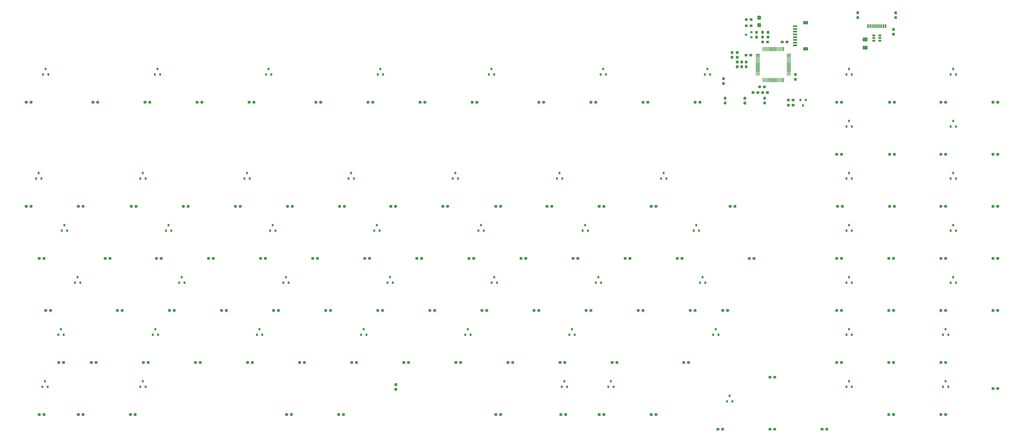
<source format=gbr>
G04 #@! TF.GenerationSoftware,KiCad,Pcbnew,(5.1.6)-1*
G04 #@! TF.CreationDate,2020-06-29T21:56:33+02:00*
G04 #@! TF.ProjectId,E80-1800-pcb-universal,4538302d-3138-4303-902d-7063622d756e,rev?*
G04 #@! TF.SameCoordinates,Original*
G04 #@! TF.FileFunction,Paste,Bot*
G04 #@! TF.FilePolarity,Positive*
%FSLAX46Y46*%
G04 Gerber Fmt 4.6, Leading zero omitted, Abs format (unit mm)*
G04 Created by KiCad (PCBNEW (5.1.6)-1) date 2020-06-29 21:56:33*
%MOMM*%
%LPD*%
G01*
G04 APERTURE LIST*
%ADD10R,1.060000X0.650000*%
%ADD11R,0.600000X1.450000*%
%ADD12R,0.300000X1.450000*%
%ADD13R,0.800000X0.900000*%
%ADD14R,0.900000X0.800000*%
G04 APERTURE END LIST*
G36*
G01*
X268176750Y10171500D02*
X268651750Y10171500D01*
G75*
G02*
X268889250Y9934000I0J-237500D01*
G01*
X268889250Y9359000D01*
G75*
G02*
X268651750Y9121500I-237500J0D01*
G01*
X268176750Y9121500D01*
G75*
G02*
X267939250Y9359000I0J237500D01*
G01*
X267939250Y9934000D01*
G75*
G02*
X268176750Y10171500I237500J0D01*
G01*
G37*
G36*
G01*
X268176750Y8421500D02*
X268651750Y8421500D01*
G75*
G02*
X268889250Y8184000I0J-237500D01*
G01*
X268889250Y7609000D01*
G75*
G02*
X268651750Y7371500I-237500J0D01*
G01*
X268176750Y7371500D01*
G75*
G02*
X267939250Y7609000I0J237500D01*
G01*
X267939250Y8184000D01*
G75*
G02*
X268176750Y8421500I237500J0D01*
G01*
G37*
G36*
G01*
X275396990Y-4120400D02*
X274921990Y-4120400D01*
G75*
G02*
X274684490Y-3882900I0J237500D01*
G01*
X274684490Y-3307900D01*
G75*
G02*
X274921990Y-3070400I237500J0D01*
G01*
X275396990Y-3070400D01*
G75*
G02*
X275634490Y-3307900I0J-237500D01*
G01*
X275634490Y-3882900D01*
G75*
G02*
X275396990Y-4120400I-237500J0D01*
G01*
G37*
G36*
G01*
X275396990Y-5870400D02*
X274921990Y-5870400D01*
G75*
G02*
X274684490Y-5632900I0J237500D01*
G01*
X274684490Y-5057900D01*
G75*
G02*
X274921990Y-4820400I237500J0D01*
G01*
X275396990Y-4820400D01*
G75*
G02*
X275634490Y-5057900I0J-237500D01*
G01*
X275634490Y-5632900D01*
G75*
G02*
X275396990Y-5870400I-237500J0D01*
G01*
G37*
G36*
G01*
X268183390Y-4144500D02*
X267708390Y-4144500D01*
G75*
G02*
X267470890Y-3907000I0J237500D01*
G01*
X267470890Y-3332000D01*
G75*
G02*
X267708390Y-3094500I237500J0D01*
G01*
X268183390Y-3094500D01*
G75*
G02*
X268420890Y-3332000I0J-237500D01*
G01*
X268420890Y-3907000D01*
G75*
G02*
X268183390Y-4144500I-237500J0D01*
G01*
G37*
G36*
G01*
X268183390Y-5894500D02*
X267708390Y-5894500D01*
G75*
G02*
X267470890Y-5657000I0J237500D01*
G01*
X267470890Y-5082000D01*
G75*
G02*
X267708390Y-4844500I237500J0D01*
G01*
X268183390Y-4844500D01*
G75*
G02*
X268420890Y-5082000I0J-237500D01*
G01*
X268420890Y-5657000D01*
G75*
G02*
X268183390Y-5894500I-237500J0D01*
G01*
G37*
G36*
G01*
X260969790Y-4120400D02*
X260494790Y-4120400D01*
G75*
G02*
X260257290Y-3882900I0J237500D01*
G01*
X260257290Y-3307900D01*
G75*
G02*
X260494790Y-3070400I237500J0D01*
G01*
X260969790Y-3070400D01*
G75*
G02*
X261207290Y-3307900I0J-237500D01*
G01*
X261207290Y-3882900D01*
G75*
G02*
X260969790Y-4120400I-237500J0D01*
G01*
G37*
G36*
G01*
X260969790Y-5870400D02*
X260494790Y-5870400D01*
G75*
G02*
X260257290Y-5632900I0J237500D01*
G01*
X260257290Y-5057900D01*
G75*
G02*
X260494790Y-4820400I237500J0D01*
G01*
X260969790Y-4820400D01*
G75*
G02*
X261207290Y-5057900I0J-237500D01*
G01*
X261207290Y-5632900D01*
G75*
G02*
X260969790Y-5870400I-237500J0D01*
G01*
G37*
G36*
G01*
X285059890Y-6397000D02*
X285059890Y-5922000D01*
G75*
G02*
X285297390Y-5684500I237500J0D01*
G01*
X285872390Y-5684500D01*
G75*
G02*
X286109890Y-5922000I0J-237500D01*
G01*
X286109890Y-6397000D01*
G75*
G02*
X285872390Y-6634500I-237500J0D01*
G01*
X285297390Y-6634500D01*
G75*
G02*
X285059890Y-6397000I0J237500D01*
G01*
G37*
G36*
G01*
X283309890Y-6397000D02*
X283309890Y-5922000D01*
G75*
G02*
X283547390Y-5684500I237500J0D01*
G01*
X284122390Y-5684500D01*
G75*
G02*
X284359890Y-5922000I0J-237500D01*
G01*
X284359890Y-6397000D01*
G75*
G02*
X284122390Y-6634500I-237500J0D01*
G01*
X283547390Y-6634500D01*
G75*
G02*
X283309890Y-6397000I0J237500D01*
G01*
G37*
G36*
G01*
X322539390Y21037000D02*
X322064390Y21037000D01*
G75*
G02*
X321826890Y21274500I0J237500D01*
G01*
X321826890Y21849500D01*
G75*
G02*
X322064390Y22087000I237500J0D01*
G01*
X322539390Y22087000D01*
G75*
G02*
X322776890Y21849500I0J-237500D01*
G01*
X322776890Y21274500D01*
G75*
G02*
X322539390Y21037000I-237500J0D01*
G01*
G37*
G36*
G01*
X322539390Y19287000D02*
X322064390Y19287000D01*
G75*
G02*
X321826890Y19524500I0J237500D01*
G01*
X321826890Y20099500D01*
G75*
G02*
X322064390Y20337000I237500J0D01*
G01*
X322539390Y20337000D01*
G75*
G02*
X322776890Y20099500I0J-237500D01*
G01*
X322776890Y19524500D01*
G75*
G02*
X322539390Y19287000I-237500J0D01*
G01*
G37*
D10*
X315105890Y18417000D03*
X315105890Y19367000D03*
X315105890Y17467000D03*
X317305890Y17467000D03*
X317305890Y18417000D03*
X317305890Y19367000D03*
G36*
G01*
X309007500Y26449000D02*
X309482500Y26449000D01*
G75*
G02*
X309720000Y26211500I0J-237500D01*
G01*
X309720000Y25636500D01*
G75*
G02*
X309482500Y25399000I-237500J0D01*
G01*
X309007500Y25399000D01*
G75*
G02*
X308770000Y25636500I0J237500D01*
G01*
X308770000Y26211500D01*
G75*
G02*
X309007500Y26449000I237500J0D01*
G01*
G37*
G36*
G01*
X309007500Y28199000D02*
X309482500Y28199000D01*
G75*
G02*
X309720000Y27961500I0J-237500D01*
G01*
X309720000Y27386500D01*
G75*
G02*
X309482500Y27149000I-237500J0D01*
G01*
X309007500Y27149000D01*
G75*
G02*
X308770000Y27386500I0J237500D01*
G01*
X308770000Y27961500D01*
G75*
G02*
X309007500Y28199000I237500J0D01*
G01*
G37*
G36*
G01*
X322877190Y26421600D02*
X323352190Y26421600D01*
G75*
G02*
X323589690Y26184100I0J-237500D01*
G01*
X323589690Y25609100D01*
G75*
G02*
X323352190Y25371600I-237500J0D01*
G01*
X322877190Y25371600D01*
G75*
G02*
X322639690Y25609100I0J237500D01*
G01*
X322639690Y26184100D01*
G75*
G02*
X322877190Y26421600I237500J0D01*
G01*
G37*
G36*
G01*
X322877190Y28171600D02*
X323352190Y28171600D01*
G75*
G02*
X323589690Y27934100I0J-237500D01*
G01*
X323589690Y27359100D01*
G75*
G02*
X323352190Y27121600I-237500J0D01*
G01*
X322877190Y27121600D01*
G75*
G02*
X322639690Y27359100I0J237500D01*
G01*
X322639690Y27934100D01*
G75*
G02*
X322877190Y28171600I237500J0D01*
G01*
G37*
D11*
X319455890Y22731000D03*
X318655890Y22731000D03*
X313755890Y22731000D03*
X312955890Y22731000D03*
X312955890Y22731000D03*
X313755890Y22731000D03*
X318655890Y22731000D03*
X319455890Y22731000D03*
D12*
X314455890Y22731000D03*
X314955890Y22731000D03*
X315455890Y22731000D03*
X316455890Y22731000D03*
X316955890Y22731000D03*
X317455890Y22731000D03*
X317955890Y22731000D03*
X315955890Y22731000D03*
G36*
G01*
X312576390Y17158000D02*
X311326390Y17158000D01*
G75*
G02*
X311076390Y17408000I0J250000D01*
G01*
X311076390Y18333000D01*
G75*
G02*
X311326390Y18583000I250000J0D01*
G01*
X312576390Y18583000D01*
G75*
G02*
X312826390Y18333000I0J-250000D01*
G01*
X312826390Y17408000D01*
G75*
G02*
X312576390Y17158000I-250000J0D01*
G01*
G37*
G36*
G01*
X312576390Y14183000D02*
X311326390Y14183000D01*
G75*
G02*
X311076390Y14433000I0J250000D01*
G01*
X311076390Y15358000D01*
G75*
G02*
X311326390Y15608000I250000J0D01*
G01*
X312576390Y15608000D01*
G75*
G02*
X312826390Y15358000I0J-250000D01*
G01*
X312826390Y14433000D01*
G75*
G02*
X312576390Y14183000I-250000J0D01*
G01*
G37*
G36*
G01*
X274564250Y334000D02*
X274564250Y809000D01*
G75*
G02*
X274801750Y1046500I237500J0D01*
G01*
X275376750Y1046500D01*
G75*
G02*
X275614250Y809000I0J-237500D01*
G01*
X275614250Y334000D01*
G75*
G02*
X275376750Y96500I-237500J0D01*
G01*
X274801750Y96500D01*
G75*
G02*
X274564250Y334000I0J237500D01*
G01*
G37*
G36*
G01*
X272814250Y334000D02*
X272814250Y809000D01*
G75*
G02*
X273051750Y1046500I237500J0D01*
G01*
X273626750Y1046500D01*
G75*
G02*
X273864250Y809000I0J-237500D01*
G01*
X273864250Y334000D01*
G75*
G02*
X273626750Y96500I-237500J0D01*
G01*
X273051750Y96500D01*
G75*
G02*
X272814250Y334000I0J237500D01*
G01*
G37*
G36*
G01*
X267051750Y9121500D02*
X266576750Y9121500D01*
G75*
G02*
X266339250Y9359000I0J237500D01*
G01*
X266339250Y9934000D01*
G75*
G02*
X266576750Y10171500I237500J0D01*
G01*
X267051750Y10171500D01*
G75*
G02*
X267289250Y9934000I0J-237500D01*
G01*
X267289250Y9359000D01*
G75*
G02*
X267051750Y9121500I-237500J0D01*
G01*
G37*
G36*
G01*
X267051750Y7371500D02*
X266576750Y7371500D01*
G75*
G02*
X266339250Y7609000I0J237500D01*
G01*
X266339250Y8184000D01*
G75*
G02*
X266576750Y8421500I237500J0D01*
G01*
X267051750Y8421500D01*
G75*
G02*
X267289250Y8184000I0J-237500D01*
G01*
X267289250Y7609000D01*
G75*
G02*
X267051750Y7371500I-237500J0D01*
G01*
G37*
G36*
G01*
X274965750Y-1299000D02*
X274965750Y-1774000D01*
G75*
G02*
X274728250Y-2011500I-237500J0D01*
G01*
X274153250Y-2011500D01*
G75*
G02*
X273915750Y-1774000I0J237500D01*
G01*
X273915750Y-1299000D01*
G75*
G02*
X274153250Y-1061500I237500J0D01*
G01*
X274728250Y-1061500D01*
G75*
G02*
X274965750Y-1299000I0J-237500D01*
G01*
G37*
G36*
G01*
X276715750Y-1299000D02*
X276715750Y-1774000D01*
G75*
G02*
X276478250Y-2011500I-237500J0D01*
G01*
X275903250Y-2011500D01*
G75*
G02*
X275665750Y-1774000I0J237500D01*
G01*
X275665750Y-1299000D01*
G75*
G02*
X275903250Y-1061500I237500J0D01*
G01*
X276478250Y-1061500D01*
G75*
G02*
X276715750Y-1299000I0J-237500D01*
G01*
G37*
G36*
G01*
X140034000Y-109632992D02*
X140509000Y-109632992D01*
G75*
G02*
X140746500Y-109870492I0J-237500D01*
G01*
X140746500Y-110445492D01*
G75*
G02*
X140509000Y-110682992I-237500J0D01*
G01*
X140034000Y-110682992D01*
G75*
G02*
X139796500Y-110445492I0J237500D01*
G01*
X139796500Y-109870492D01*
G75*
G02*
X140034000Y-109632992I237500J0D01*
G01*
G37*
G36*
G01*
X140034000Y-107882992D02*
X140509000Y-107882992D01*
G75*
G02*
X140746500Y-108120492I0J-237500D01*
G01*
X140746500Y-108695492D01*
G75*
G02*
X140509000Y-108932992I-237500J0D01*
G01*
X140034000Y-108932992D01*
G75*
G02*
X139796500Y-108695492I0J237500D01*
G01*
X139796500Y-108120492D01*
G75*
G02*
X140034000Y-107882992I237500J0D01*
G01*
G37*
G36*
G01*
X272437890Y19971500D02*
X271962890Y19971500D01*
G75*
G02*
X271725390Y20209000I0J237500D01*
G01*
X271725390Y20784000D01*
G75*
G02*
X271962890Y21021500I237500J0D01*
G01*
X272437890Y21021500D01*
G75*
G02*
X272675390Y20784000I0J-237500D01*
G01*
X272675390Y20209000D01*
G75*
G02*
X272437890Y19971500I-237500J0D01*
G01*
G37*
G36*
G01*
X272437890Y18221500D02*
X271962890Y18221500D01*
G75*
G02*
X271725390Y18459000I0J237500D01*
G01*
X271725390Y19034000D01*
G75*
G02*
X271962890Y19271500I237500J0D01*
G01*
X272437890Y19271500D01*
G75*
G02*
X272675390Y19034000I0J-237500D01*
G01*
X272675390Y18459000D01*
G75*
G02*
X272437890Y18221500I-237500J0D01*
G01*
G37*
G36*
G01*
X276645390Y19996140D02*
X276170390Y19996140D01*
G75*
G02*
X275932890Y20233640I0J237500D01*
G01*
X275932890Y20808640D01*
G75*
G02*
X276170390Y21046140I237500J0D01*
G01*
X276645390Y21046140D01*
G75*
G02*
X276882890Y20808640I0J-237500D01*
G01*
X276882890Y20233640D01*
G75*
G02*
X276645390Y19996140I-237500J0D01*
G01*
G37*
G36*
G01*
X276645390Y18246140D02*
X276170390Y18246140D01*
G75*
G02*
X275932890Y18483640I0J237500D01*
G01*
X275932890Y19058640D01*
G75*
G02*
X276170390Y19296140I237500J0D01*
G01*
X276645390Y19296140D01*
G75*
G02*
X276882890Y19058640I0J-237500D01*
G01*
X276882890Y18483640D01*
G75*
G02*
X276645390Y18246140I-237500J0D01*
G01*
G37*
G36*
G01*
X282137390Y17209000D02*
X282137390Y16734000D01*
G75*
G02*
X281899890Y16496500I-237500J0D01*
G01*
X281324890Y16496500D01*
G75*
G02*
X281087390Y16734000I0J237500D01*
G01*
X281087390Y17209000D01*
G75*
G02*
X281324890Y17446500I237500J0D01*
G01*
X281899890Y17446500D01*
G75*
G02*
X282137390Y17209000I0J-237500D01*
G01*
G37*
G36*
G01*
X283887390Y17209000D02*
X283887390Y16734000D01*
G75*
G02*
X283649890Y16496500I-237500J0D01*
G01*
X283074890Y16496500D01*
G75*
G02*
X282837390Y16734000I0J237500D01*
G01*
X282837390Y17209000D01*
G75*
G02*
X283074890Y17446500I237500J0D01*
G01*
X283649890Y17446500D01*
G75*
G02*
X283887390Y17209000I0J-237500D01*
G01*
G37*
G36*
G01*
X275000750Y17209000D02*
X275000750Y16734000D01*
G75*
G02*
X274763250Y16496500I-237500J0D01*
G01*
X274188250Y16496500D01*
G75*
G02*
X273950750Y16734000I0J237500D01*
G01*
X273950750Y17209000D01*
G75*
G02*
X274188250Y17446500I237500J0D01*
G01*
X274763250Y17446500D01*
G75*
G02*
X275000750Y17209000I0J-237500D01*
G01*
G37*
G36*
G01*
X276750750Y17209000D02*
X276750750Y16734000D01*
G75*
G02*
X276513250Y16496500I-237500J0D01*
G01*
X275938250Y16496500D01*
G75*
G02*
X275700750Y16734000I0J237500D01*
G01*
X275700750Y17209000D01*
G75*
G02*
X275938250Y17446500I237500J0D01*
G01*
X276513250Y17446500D01*
G75*
G02*
X276750750Y17209000I0J-237500D01*
G01*
G37*
G36*
G01*
X268890000Y12366508D02*
X268890000Y11891508D01*
G75*
G02*
X268652500Y11654008I-237500J0D01*
G01*
X268077500Y11654008D01*
G75*
G02*
X267840000Y11891508I0J237500D01*
G01*
X267840000Y12366508D01*
G75*
G02*
X268077500Y12604008I237500J0D01*
G01*
X268652500Y12604008D01*
G75*
G02*
X268890000Y12366508I0J-237500D01*
G01*
G37*
G36*
G01*
X270640000Y12366508D02*
X270640000Y11891508D01*
G75*
G02*
X270402500Y11654008I-237500J0D01*
G01*
X269827500Y11654008D01*
G75*
G02*
X269590000Y11891508I0J237500D01*
G01*
X269590000Y12366508D01*
G75*
G02*
X269827500Y12604008I237500J0D01*
G01*
X270402500Y12604008D01*
G75*
G02*
X270640000Y12366508I0J-237500D01*
G01*
G37*
G36*
G01*
X286686000Y4541508D02*
X286211000Y4541508D01*
G75*
G02*
X285973500Y4779008I0J237500D01*
G01*
X285973500Y5354008D01*
G75*
G02*
X286211000Y5591508I237500J0D01*
G01*
X286686000Y5591508D01*
G75*
G02*
X286923500Y5354008I0J-237500D01*
G01*
X286923500Y4779008D01*
G75*
G02*
X286686000Y4541508I-237500J0D01*
G01*
G37*
G36*
G01*
X286686000Y2791508D02*
X286211000Y2791508D01*
G75*
G02*
X285973500Y3029008I0J237500D01*
G01*
X285973500Y3604008D01*
G75*
G02*
X286211000Y3841508I237500J0D01*
G01*
X286686000Y3841508D01*
G75*
G02*
X286923500Y3604008I0J-237500D01*
G01*
X286923500Y3029008D01*
G75*
G02*
X286686000Y2791508I-237500J0D01*
G01*
G37*
G36*
G01*
X274645390Y19996140D02*
X274170390Y19996140D01*
G75*
G02*
X273932890Y20233640I0J237500D01*
G01*
X273932890Y20808640D01*
G75*
G02*
X274170390Y21046140I237500J0D01*
G01*
X274645390Y21046140D01*
G75*
G02*
X274882890Y20808640I0J-237500D01*
G01*
X274882890Y20233640D01*
G75*
G02*
X274645390Y19996140I-237500J0D01*
G01*
G37*
G36*
G01*
X274645390Y18246140D02*
X274170390Y18246140D01*
G75*
G02*
X273932890Y18483640I0J237500D01*
G01*
X273932890Y19058640D01*
G75*
G02*
X274170390Y19296140I237500J0D01*
G01*
X274645390Y19296140D01*
G75*
G02*
X274882890Y19058640I0J-237500D01*
G01*
X274882890Y18483640D01*
G75*
G02*
X274645390Y18246140I-237500J0D01*
G01*
G37*
G36*
G01*
X269692890Y24964360D02*
X269692890Y25439360D01*
G75*
G02*
X269930390Y25676860I237500J0D01*
G01*
X270505390Y25676860D01*
G75*
G02*
X270742890Y25439360I0J-237500D01*
G01*
X270742890Y24964360D01*
G75*
G02*
X270505390Y24726860I-237500J0D01*
G01*
X269930390Y24726860D01*
G75*
G02*
X269692890Y24964360I0J237500D01*
G01*
G37*
G36*
G01*
X267942890Y24964360D02*
X267942890Y25439360D01*
G75*
G02*
X268180390Y25676860I237500J0D01*
G01*
X268755390Y25676860D01*
G75*
G02*
X268992890Y25439360I0J-237500D01*
G01*
X268992890Y24964360D01*
G75*
G02*
X268755390Y24726860I-237500J0D01*
G01*
X268180390Y24726860D01*
G75*
G02*
X267942890Y24964360I0J237500D01*
G01*
G37*
G36*
G01*
X269692890Y22678360D02*
X269692890Y23153360D01*
G75*
G02*
X269930390Y23390860I237500J0D01*
G01*
X270505390Y23390860D01*
G75*
G02*
X270742890Y23153360I0J-237500D01*
G01*
X270742890Y22678360D01*
G75*
G02*
X270505390Y22440860I-237500J0D01*
G01*
X269930390Y22440860D01*
G75*
G02*
X269692890Y22678360I0J237500D01*
G01*
G37*
G36*
G01*
X267942890Y22678360D02*
X267942890Y23153360D01*
G75*
G02*
X268180390Y23390860I237500J0D01*
G01*
X268755390Y23390860D01*
G75*
G02*
X268992890Y23153360I0J-237500D01*
G01*
X268992890Y22678360D01*
G75*
G02*
X268755390Y22440860I-237500J0D01*
G01*
X268180390Y22440860D01*
G75*
G02*
X267942890Y22678360I0J237500D01*
G01*
G37*
G36*
G01*
X277661255Y-124500413D02*
X277661255Y-124975413D01*
G75*
G02*
X277423755Y-125212913I-237500J0D01*
G01*
X276848755Y-125212913D01*
G75*
G02*
X276611255Y-124975413I0J237500D01*
G01*
X276611255Y-124500413D01*
G75*
G02*
X276848755Y-124262913I237500J0D01*
G01*
X277423755Y-124262913D01*
G75*
G02*
X277661255Y-124500413I0J-237500D01*
G01*
G37*
G36*
G01*
X279411255Y-124500413D02*
X279411255Y-124975413D01*
G75*
G02*
X279173755Y-125212913I-237500J0D01*
G01*
X278598755Y-125212913D01*
G75*
G02*
X278361255Y-124975413I0J237500D01*
G01*
X278361255Y-124500413D01*
G75*
G02*
X278598755Y-124262913I237500J0D01*
G01*
X279173755Y-124262913D01*
G75*
G02*
X279411255Y-124500413I0J-237500D01*
G01*
G37*
G36*
G01*
X258611175Y-124500413D02*
X258611175Y-124975413D01*
G75*
G02*
X258373675Y-125212913I-237500J0D01*
G01*
X257798675Y-125212913D01*
G75*
G02*
X257561175Y-124975413I0J237500D01*
G01*
X257561175Y-124500413D01*
G75*
G02*
X257798675Y-124262913I237500J0D01*
G01*
X258373675Y-124262913D01*
G75*
G02*
X258611175Y-124500413I0J-237500D01*
G01*
G37*
G36*
G01*
X260361175Y-124500413D02*
X260361175Y-124975413D01*
G75*
G02*
X260123675Y-125212913I-237500J0D01*
G01*
X259548675Y-125212913D01*
G75*
G02*
X259311175Y-124975413I0J237500D01*
G01*
X259311175Y-124500413D01*
G75*
G02*
X259548675Y-124262913I237500J0D01*
G01*
X260123675Y-124262913D01*
G75*
G02*
X260361175Y-124500413I0J-237500D01*
G01*
G37*
G36*
G01*
X234204110Y-119142820D02*
X234204110Y-119617820D01*
G75*
G02*
X233966610Y-119855320I-237500J0D01*
G01*
X233391610Y-119855320D01*
G75*
G02*
X233154110Y-119617820I0J237500D01*
G01*
X233154110Y-119142820D01*
G75*
G02*
X233391610Y-118905320I237500J0D01*
G01*
X233966610Y-118905320D01*
G75*
G02*
X234204110Y-119142820I0J-237500D01*
G01*
G37*
G36*
G01*
X235954110Y-119142820D02*
X235954110Y-119617820D01*
G75*
G02*
X235716610Y-119855320I-237500J0D01*
G01*
X235141610Y-119855320D01*
G75*
G02*
X234904110Y-119617820I0J237500D01*
G01*
X234904110Y-119142820D01*
G75*
G02*
X235141610Y-118905320I237500J0D01*
G01*
X235716610Y-118905320D01*
G75*
G02*
X235954110Y-119142820I0J-237500D01*
G01*
G37*
G36*
G01*
X215154030Y-119142820D02*
X215154030Y-119617820D01*
G75*
G02*
X214916530Y-119855320I-237500J0D01*
G01*
X214341530Y-119855320D01*
G75*
G02*
X214104030Y-119617820I0J237500D01*
G01*
X214104030Y-119142820D01*
G75*
G02*
X214341530Y-118905320I237500J0D01*
G01*
X214916530Y-118905320D01*
G75*
G02*
X215154030Y-119142820I0J-237500D01*
G01*
G37*
G36*
G01*
X216904030Y-119142820D02*
X216904030Y-119617820D01*
G75*
G02*
X216666530Y-119855320I-237500J0D01*
G01*
X216091530Y-119855320D01*
G75*
G02*
X215854030Y-119617820I0J237500D01*
G01*
X215854030Y-119142820D01*
G75*
G02*
X216091530Y-118905320I237500J0D01*
G01*
X216666530Y-118905320D01*
G75*
G02*
X216904030Y-119142820I0J-237500D01*
G01*
G37*
G36*
G01*
X201182100Y-119142820D02*
X201182100Y-119617820D01*
G75*
G02*
X200944600Y-119855320I-237500J0D01*
G01*
X200369600Y-119855320D01*
G75*
G02*
X200132100Y-119617820I0J237500D01*
G01*
X200132100Y-119142820D01*
G75*
G02*
X200369600Y-118905320I237500J0D01*
G01*
X200944600Y-118905320D01*
G75*
G02*
X201182100Y-119142820I0J-237500D01*
G01*
G37*
G36*
G01*
X202932100Y-119142820D02*
X202932100Y-119617820D01*
G75*
G02*
X202694600Y-119855320I-237500J0D01*
G01*
X202119600Y-119855320D01*
G75*
G02*
X201882100Y-119617820I0J237500D01*
G01*
X201882100Y-119142820D01*
G75*
G02*
X202119600Y-118905320I237500J0D01*
G01*
X202694600Y-118905320D01*
G75*
G02*
X202932100Y-119142820I0J-237500D01*
G01*
G37*
G36*
G01*
X177369500Y-119142820D02*
X177369500Y-119617820D01*
G75*
G02*
X177132000Y-119855320I-237500J0D01*
G01*
X176557000Y-119855320D01*
G75*
G02*
X176319500Y-119617820I0J237500D01*
G01*
X176319500Y-119142820D01*
G75*
G02*
X176557000Y-118905320I237500J0D01*
G01*
X177132000Y-118905320D01*
G75*
G02*
X177369500Y-119142820I0J-237500D01*
G01*
G37*
G36*
G01*
X179119500Y-119142820D02*
X179119500Y-119617820D01*
G75*
G02*
X178882000Y-119855320I-237500J0D01*
G01*
X178307000Y-119855320D01*
G75*
G02*
X178069500Y-119617820I0J237500D01*
G01*
X178069500Y-119142820D01*
G75*
G02*
X178307000Y-118905320I237500J0D01*
G01*
X178882000Y-118905320D01*
G75*
G02*
X179119500Y-119142820I0J-237500D01*
G01*
G37*
G36*
G01*
X43703310Y-119142820D02*
X43703310Y-119617820D01*
G75*
G02*
X43465810Y-119855320I-237500J0D01*
G01*
X42890810Y-119855320D01*
G75*
G02*
X42653310Y-119617820I0J237500D01*
G01*
X42653310Y-119142820D01*
G75*
G02*
X42890810Y-118905320I237500J0D01*
G01*
X43465810Y-118905320D01*
G75*
G02*
X43703310Y-119142820I0J-237500D01*
G01*
G37*
G36*
G01*
X45453310Y-119142820D02*
X45453310Y-119617820D01*
G75*
G02*
X45215810Y-119855320I-237500J0D01*
G01*
X44640810Y-119855320D01*
G75*
G02*
X44403310Y-119617820I0J237500D01*
G01*
X44403310Y-119142820D01*
G75*
G02*
X44640810Y-118905320I237500J0D01*
G01*
X45215810Y-118905320D01*
G75*
G02*
X45453310Y-119142820I0J-237500D01*
G01*
G37*
G36*
G01*
X24653230Y-119142820D02*
X24653230Y-119617820D01*
G75*
G02*
X24415730Y-119855320I-237500J0D01*
G01*
X23840730Y-119855320D01*
G75*
G02*
X23603230Y-119617820I0J237500D01*
G01*
X23603230Y-119142820D01*
G75*
G02*
X23840730Y-118905320I237500J0D01*
G01*
X24415730Y-118905320D01*
G75*
G02*
X24653230Y-119142820I0J-237500D01*
G01*
G37*
G36*
G01*
X26403230Y-119142820D02*
X26403230Y-119617820D01*
G75*
G02*
X26165730Y-119855320I-237500J0D01*
G01*
X25590730Y-119855320D01*
G75*
G02*
X25353230Y-119617820I0J237500D01*
G01*
X25353230Y-119142820D01*
G75*
G02*
X25590730Y-118905320I237500J0D01*
G01*
X26165730Y-118905320D01*
G75*
G02*
X26403230Y-119142820I0J-237500D01*
G01*
G37*
G36*
G01*
X10365670Y-119142820D02*
X10365670Y-119617820D01*
G75*
G02*
X10128170Y-119855320I-237500J0D01*
G01*
X9553170Y-119855320D01*
G75*
G02*
X9315670Y-119617820I0J237500D01*
G01*
X9315670Y-119142820D01*
G75*
G02*
X9553170Y-118905320I237500J0D01*
G01*
X10128170Y-118905320D01*
G75*
G02*
X10365670Y-119142820I0J-237500D01*
G01*
G37*
G36*
G01*
X12115670Y-119142820D02*
X12115670Y-119617820D01*
G75*
G02*
X11878170Y-119855320I-237500J0D01*
G01*
X11303170Y-119855320D01*
G75*
G02*
X11065670Y-119617820I0J237500D01*
G01*
X11065670Y-119142820D01*
G75*
G02*
X11303170Y-118905320I237500J0D01*
G01*
X11878170Y-118905320D01*
G75*
G02*
X12115670Y-119142820I0J-237500D01*
G01*
G37*
G36*
G01*
X277661255Y-105450333D02*
X277661255Y-105925333D01*
G75*
G02*
X277423755Y-106162833I-237500J0D01*
G01*
X276848755Y-106162833D01*
G75*
G02*
X276611255Y-105925333I0J237500D01*
G01*
X276611255Y-105450333D01*
G75*
G02*
X276848755Y-105212833I237500J0D01*
G01*
X277423755Y-105212833D01*
G75*
G02*
X277661255Y-105450333I0J-237500D01*
G01*
G37*
G36*
G01*
X279411255Y-105450333D02*
X279411255Y-105925333D01*
G75*
G02*
X279173755Y-106162833I-237500J0D01*
G01*
X278598755Y-106162833D01*
G75*
G02*
X278361255Y-105925333I0J237500D01*
G01*
X278361255Y-105450333D01*
G75*
G02*
X278598755Y-105212833I237500J0D01*
G01*
X279173755Y-105212833D01*
G75*
G02*
X279411255Y-105450333I0J-237500D01*
G01*
G37*
G36*
G01*
X246110410Y-100092740D02*
X246110410Y-100567740D01*
G75*
G02*
X245872910Y-100805240I-237500J0D01*
G01*
X245297910Y-100805240D01*
G75*
G02*
X245060410Y-100567740I0J237500D01*
G01*
X245060410Y-100092740D01*
G75*
G02*
X245297910Y-99855240I237500J0D01*
G01*
X245872910Y-99855240D01*
G75*
G02*
X246110410Y-100092740I0J-237500D01*
G01*
G37*
G36*
G01*
X247860410Y-100092740D02*
X247860410Y-100567740D01*
G75*
G02*
X247622910Y-100805240I-237500J0D01*
G01*
X247047910Y-100805240D01*
G75*
G02*
X246810410Y-100567740I0J237500D01*
G01*
X246810410Y-100092740D01*
G75*
G02*
X247047910Y-99855240I237500J0D01*
G01*
X247622910Y-99855240D01*
G75*
G02*
X247860410Y-100092740I0J-237500D01*
G01*
G37*
G36*
G01*
X219916550Y-100092740D02*
X219916550Y-100567740D01*
G75*
G02*
X219679050Y-100805240I-237500J0D01*
G01*
X219104050Y-100805240D01*
G75*
G02*
X218866550Y-100567740I0J237500D01*
G01*
X218866550Y-100092740D01*
G75*
G02*
X219104050Y-99855240I237500J0D01*
G01*
X219679050Y-99855240D01*
G75*
G02*
X219916550Y-100092740I0J-237500D01*
G01*
G37*
G36*
G01*
X221666550Y-100092740D02*
X221666550Y-100567740D01*
G75*
G02*
X221429050Y-100805240I-237500J0D01*
G01*
X220854050Y-100805240D01*
G75*
G02*
X220616550Y-100567740I0J237500D01*
G01*
X220616550Y-100092740D01*
G75*
G02*
X220854050Y-99855240I237500J0D01*
G01*
X221429050Y-99855240D01*
G75*
G02*
X221666550Y-100092740I0J-237500D01*
G01*
G37*
G36*
G01*
X200866470Y-100092740D02*
X200866470Y-100567740D01*
G75*
G02*
X200628970Y-100805240I-237500J0D01*
G01*
X200053970Y-100805240D01*
G75*
G02*
X199816470Y-100567740I0J237500D01*
G01*
X199816470Y-100092740D01*
G75*
G02*
X200053970Y-99855240I237500J0D01*
G01*
X200628970Y-99855240D01*
G75*
G02*
X200866470Y-100092740I0J-237500D01*
G01*
G37*
G36*
G01*
X202616470Y-100092740D02*
X202616470Y-100567740D01*
G75*
G02*
X202378970Y-100805240I-237500J0D01*
G01*
X201803970Y-100805240D01*
G75*
G02*
X201566470Y-100567740I0J237500D01*
G01*
X201566470Y-100092740D01*
G75*
G02*
X201803970Y-99855240I237500J0D01*
G01*
X202378970Y-99855240D01*
G75*
G02*
X202616470Y-100092740I0J-237500D01*
G01*
G37*
G36*
G01*
X181816390Y-100092740D02*
X181816390Y-100567740D01*
G75*
G02*
X181578890Y-100805240I-237500J0D01*
G01*
X181003890Y-100805240D01*
G75*
G02*
X180766390Y-100567740I0J237500D01*
G01*
X180766390Y-100092740D01*
G75*
G02*
X181003890Y-99855240I237500J0D01*
G01*
X181578890Y-99855240D01*
G75*
G02*
X181816390Y-100092740I0J-237500D01*
G01*
G37*
G36*
G01*
X183566390Y-100092740D02*
X183566390Y-100567740D01*
G75*
G02*
X183328890Y-100805240I-237500J0D01*
G01*
X182753890Y-100805240D01*
G75*
G02*
X182516390Y-100567740I0J237500D01*
G01*
X182516390Y-100092740D01*
G75*
G02*
X182753890Y-99855240I237500J0D01*
G01*
X183328890Y-99855240D01*
G75*
G02*
X183566390Y-100092740I0J-237500D01*
G01*
G37*
G36*
G01*
X162766310Y-100092740D02*
X162766310Y-100567740D01*
G75*
G02*
X162528810Y-100805240I-237500J0D01*
G01*
X161953810Y-100805240D01*
G75*
G02*
X161716310Y-100567740I0J237500D01*
G01*
X161716310Y-100092740D01*
G75*
G02*
X161953810Y-99855240I237500J0D01*
G01*
X162528810Y-99855240D01*
G75*
G02*
X162766310Y-100092740I0J-237500D01*
G01*
G37*
G36*
G01*
X164516310Y-100092740D02*
X164516310Y-100567740D01*
G75*
G02*
X164278810Y-100805240I-237500J0D01*
G01*
X163703810Y-100805240D01*
G75*
G02*
X163466310Y-100567740I0J237500D01*
G01*
X163466310Y-100092740D01*
G75*
G02*
X163703810Y-99855240I237500J0D01*
G01*
X164278810Y-99855240D01*
G75*
G02*
X164516310Y-100092740I0J-237500D01*
G01*
G37*
G36*
G01*
X143716230Y-100092740D02*
X143716230Y-100567740D01*
G75*
G02*
X143478730Y-100805240I-237500J0D01*
G01*
X142903730Y-100805240D01*
G75*
G02*
X142666230Y-100567740I0J237500D01*
G01*
X142666230Y-100092740D01*
G75*
G02*
X142903730Y-99855240I237500J0D01*
G01*
X143478730Y-99855240D01*
G75*
G02*
X143716230Y-100092740I0J-237500D01*
G01*
G37*
G36*
G01*
X145466230Y-100092740D02*
X145466230Y-100567740D01*
G75*
G02*
X145228730Y-100805240I-237500J0D01*
G01*
X144653730Y-100805240D01*
G75*
G02*
X144416230Y-100567740I0J237500D01*
G01*
X144416230Y-100092740D01*
G75*
G02*
X144653730Y-99855240I237500J0D01*
G01*
X145228730Y-99855240D01*
G75*
G02*
X145466230Y-100092740I0J-237500D01*
G01*
G37*
G36*
G01*
X124666150Y-100092740D02*
X124666150Y-100567740D01*
G75*
G02*
X124428650Y-100805240I-237500J0D01*
G01*
X123853650Y-100805240D01*
G75*
G02*
X123616150Y-100567740I0J237500D01*
G01*
X123616150Y-100092740D01*
G75*
G02*
X123853650Y-99855240I237500J0D01*
G01*
X124428650Y-99855240D01*
G75*
G02*
X124666150Y-100092740I0J-237500D01*
G01*
G37*
G36*
G01*
X126416150Y-100092740D02*
X126416150Y-100567740D01*
G75*
G02*
X126178650Y-100805240I-237500J0D01*
G01*
X125603650Y-100805240D01*
G75*
G02*
X125366150Y-100567740I0J237500D01*
G01*
X125366150Y-100092740D01*
G75*
G02*
X125603650Y-99855240I237500J0D01*
G01*
X126178650Y-99855240D01*
G75*
G02*
X126416150Y-100092740I0J-237500D01*
G01*
G37*
G36*
G01*
X105616070Y-100092740D02*
X105616070Y-100567740D01*
G75*
G02*
X105378570Y-100805240I-237500J0D01*
G01*
X104803570Y-100805240D01*
G75*
G02*
X104566070Y-100567740I0J237500D01*
G01*
X104566070Y-100092740D01*
G75*
G02*
X104803570Y-99855240I237500J0D01*
G01*
X105378570Y-99855240D01*
G75*
G02*
X105616070Y-100092740I0J-237500D01*
G01*
G37*
G36*
G01*
X107366070Y-100092740D02*
X107366070Y-100567740D01*
G75*
G02*
X107128570Y-100805240I-237500J0D01*
G01*
X106553570Y-100805240D01*
G75*
G02*
X106316070Y-100567740I0J237500D01*
G01*
X106316070Y-100092740D01*
G75*
G02*
X106553570Y-99855240I237500J0D01*
G01*
X107128570Y-99855240D01*
G75*
G02*
X107366070Y-100092740I0J-237500D01*
G01*
G37*
G36*
G01*
X86565990Y-100092740D02*
X86565990Y-100567740D01*
G75*
G02*
X86328490Y-100805240I-237500J0D01*
G01*
X85753490Y-100805240D01*
G75*
G02*
X85515990Y-100567740I0J237500D01*
G01*
X85515990Y-100092740D01*
G75*
G02*
X85753490Y-99855240I237500J0D01*
G01*
X86328490Y-99855240D01*
G75*
G02*
X86565990Y-100092740I0J-237500D01*
G01*
G37*
G36*
G01*
X88315990Y-100092740D02*
X88315990Y-100567740D01*
G75*
G02*
X88078490Y-100805240I-237500J0D01*
G01*
X87503490Y-100805240D01*
G75*
G02*
X87265990Y-100567740I0J237500D01*
G01*
X87265990Y-100092740D01*
G75*
G02*
X87503490Y-99855240I237500J0D01*
G01*
X88078490Y-99855240D01*
G75*
G02*
X88315990Y-100092740I0J-237500D01*
G01*
G37*
G36*
G01*
X67515910Y-100092740D02*
X67515910Y-100567740D01*
G75*
G02*
X67278410Y-100805240I-237500J0D01*
G01*
X66703410Y-100805240D01*
G75*
G02*
X66465910Y-100567740I0J237500D01*
G01*
X66465910Y-100092740D01*
G75*
G02*
X66703410Y-99855240I237500J0D01*
G01*
X67278410Y-99855240D01*
G75*
G02*
X67515910Y-100092740I0J-237500D01*
G01*
G37*
G36*
G01*
X69265910Y-100092740D02*
X69265910Y-100567740D01*
G75*
G02*
X69028410Y-100805240I-237500J0D01*
G01*
X68453410Y-100805240D01*
G75*
G02*
X68215910Y-100567740I0J237500D01*
G01*
X68215910Y-100092740D01*
G75*
G02*
X68453410Y-99855240I237500J0D01*
G01*
X69028410Y-99855240D01*
G75*
G02*
X69265910Y-100092740I0J-237500D01*
G01*
G37*
G36*
G01*
X48465830Y-100092740D02*
X48465830Y-100567740D01*
G75*
G02*
X48228330Y-100805240I-237500J0D01*
G01*
X47653330Y-100805240D01*
G75*
G02*
X47415830Y-100567740I0J237500D01*
G01*
X47415830Y-100092740D01*
G75*
G02*
X47653330Y-99855240I237500J0D01*
G01*
X48228330Y-99855240D01*
G75*
G02*
X48465830Y-100092740I0J-237500D01*
G01*
G37*
G36*
G01*
X50215830Y-100092740D02*
X50215830Y-100567740D01*
G75*
G02*
X49978330Y-100805240I-237500J0D01*
G01*
X49403330Y-100805240D01*
G75*
G02*
X49165830Y-100567740I0J237500D01*
G01*
X49165830Y-100092740D01*
G75*
G02*
X49403330Y-99855240I237500J0D01*
G01*
X49978330Y-99855240D01*
G75*
G02*
X50215830Y-100092740I0J-237500D01*
G01*
G37*
G36*
G01*
X29415750Y-100092740D02*
X29415750Y-100567740D01*
G75*
G02*
X29178250Y-100805240I-237500J0D01*
G01*
X28603250Y-100805240D01*
G75*
G02*
X28365750Y-100567740I0J237500D01*
G01*
X28365750Y-100092740D01*
G75*
G02*
X28603250Y-99855240I237500J0D01*
G01*
X29178250Y-99855240D01*
G75*
G02*
X29415750Y-100092740I0J-237500D01*
G01*
G37*
G36*
G01*
X31165750Y-100092740D02*
X31165750Y-100567740D01*
G75*
G02*
X30928250Y-100805240I-237500J0D01*
G01*
X30353250Y-100805240D01*
G75*
G02*
X30115750Y-100567740I0J237500D01*
G01*
X30115750Y-100092740D01*
G75*
G02*
X30353250Y-99855240I237500J0D01*
G01*
X30928250Y-99855240D01*
G75*
G02*
X31165750Y-100092740I0J-237500D01*
G01*
G37*
G36*
G01*
X17509450Y-100092740D02*
X17509450Y-100567740D01*
G75*
G02*
X17271950Y-100805240I-237500J0D01*
G01*
X16696950Y-100805240D01*
G75*
G02*
X16459450Y-100567740I0J237500D01*
G01*
X16459450Y-100092740D01*
G75*
G02*
X16696950Y-99855240I237500J0D01*
G01*
X17271950Y-99855240D01*
G75*
G02*
X17509450Y-100092740I0J-237500D01*
G01*
G37*
G36*
G01*
X19259450Y-100092740D02*
X19259450Y-100567740D01*
G75*
G02*
X19021950Y-100805240I-237500J0D01*
G01*
X18446950Y-100805240D01*
G75*
G02*
X18209450Y-100567740I0J237500D01*
G01*
X18209450Y-100092740D01*
G75*
G02*
X18446950Y-99855240I237500J0D01*
G01*
X19021950Y-99855240D01*
G75*
G02*
X19259450Y-100092740I0J-237500D01*
G01*
G37*
G36*
G01*
X260397970Y-81042660D02*
X260397970Y-81517660D01*
G75*
G02*
X260160470Y-81755160I-237500J0D01*
G01*
X259585470Y-81755160D01*
G75*
G02*
X259347970Y-81517660I0J237500D01*
G01*
X259347970Y-81042660D01*
G75*
G02*
X259585470Y-80805160I237500J0D01*
G01*
X260160470Y-80805160D01*
G75*
G02*
X260397970Y-81042660I0J-237500D01*
G01*
G37*
G36*
G01*
X262147970Y-81042660D02*
X262147970Y-81517660D01*
G75*
G02*
X261910470Y-81755160I-237500J0D01*
G01*
X261335470Y-81755160D01*
G75*
G02*
X261097970Y-81517660I0J237500D01*
G01*
X261097970Y-81042660D01*
G75*
G02*
X261335470Y-80805160I237500J0D01*
G01*
X261910470Y-80805160D01*
G75*
G02*
X262147970Y-81042660I0J-237500D01*
G01*
G37*
G36*
G01*
X248491670Y-81042660D02*
X248491670Y-81517660D01*
G75*
G02*
X248254170Y-81755160I-237500J0D01*
G01*
X247679170Y-81755160D01*
G75*
G02*
X247441670Y-81517660I0J237500D01*
G01*
X247441670Y-81042660D01*
G75*
G02*
X247679170Y-80805160I237500J0D01*
G01*
X248254170Y-80805160D01*
G75*
G02*
X248491670Y-81042660I0J-237500D01*
G01*
G37*
G36*
G01*
X250241670Y-81042660D02*
X250241670Y-81517660D01*
G75*
G02*
X250004170Y-81755160I-237500J0D01*
G01*
X249429170Y-81755160D01*
G75*
G02*
X249191670Y-81517660I0J237500D01*
G01*
X249191670Y-81042660D01*
G75*
G02*
X249429170Y-80805160I237500J0D01*
G01*
X250004170Y-80805160D01*
G75*
G02*
X250241670Y-81042660I0J-237500D01*
G01*
G37*
G36*
G01*
X229441590Y-81042660D02*
X229441590Y-81517660D01*
G75*
G02*
X229204090Y-81755160I-237500J0D01*
G01*
X228629090Y-81755160D01*
G75*
G02*
X228391590Y-81517660I0J237500D01*
G01*
X228391590Y-81042660D01*
G75*
G02*
X228629090Y-80805160I237500J0D01*
G01*
X229204090Y-80805160D01*
G75*
G02*
X229441590Y-81042660I0J-237500D01*
G01*
G37*
G36*
G01*
X231191590Y-81042660D02*
X231191590Y-81517660D01*
G75*
G02*
X230954090Y-81755160I-237500J0D01*
G01*
X230379090Y-81755160D01*
G75*
G02*
X230141590Y-81517660I0J237500D01*
G01*
X230141590Y-81042660D01*
G75*
G02*
X230379090Y-80805160I237500J0D01*
G01*
X230954090Y-80805160D01*
G75*
G02*
X231191590Y-81042660I0J-237500D01*
G01*
G37*
G36*
G01*
X210391510Y-81042660D02*
X210391510Y-81517660D01*
G75*
G02*
X210154010Y-81755160I-237500J0D01*
G01*
X209579010Y-81755160D01*
G75*
G02*
X209341510Y-81517660I0J237500D01*
G01*
X209341510Y-81042660D01*
G75*
G02*
X209579010Y-80805160I237500J0D01*
G01*
X210154010Y-80805160D01*
G75*
G02*
X210391510Y-81042660I0J-237500D01*
G01*
G37*
G36*
G01*
X212141510Y-81042660D02*
X212141510Y-81517660D01*
G75*
G02*
X211904010Y-81755160I-237500J0D01*
G01*
X211329010Y-81755160D01*
G75*
G02*
X211091510Y-81517660I0J237500D01*
G01*
X211091510Y-81042660D01*
G75*
G02*
X211329010Y-80805160I237500J0D01*
G01*
X211904010Y-80805160D01*
G75*
G02*
X212141510Y-81042660I0J-237500D01*
G01*
G37*
G36*
G01*
X191341430Y-81042660D02*
X191341430Y-81517660D01*
G75*
G02*
X191103930Y-81755160I-237500J0D01*
G01*
X190528930Y-81755160D01*
G75*
G02*
X190291430Y-81517660I0J237500D01*
G01*
X190291430Y-81042660D01*
G75*
G02*
X190528930Y-80805160I237500J0D01*
G01*
X191103930Y-80805160D01*
G75*
G02*
X191341430Y-81042660I0J-237500D01*
G01*
G37*
G36*
G01*
X193091430Y-81042660D02*
X193091430Y-81517660D01*
G75*
G02*
X192853930Y-81755160I-237500J0D01*
G01*
X192278930Y-81755160D01*
G75*
G02*
X192041430Y-81517660I0J237500D01*
G01*
X192041430Y-81042660D01*
G75*
G02*
X192278930Y-80805160I237500J0D01*
G01*
X192853930Y-80805160D01*
G75*
G02*
X193091430Y-81042660I0J-237500D01*
G01*
G37*
G36*
G01*
X172291350Y-81042660D02*
X172291350Y-81517660D01*
G75*
G02*
X172053850Y-81755160I-237500J0D01*
G01*
X171478850Y-81755160D01*
G75*
G02*
X171241350Y-81517660I0J237500D01*
G01*
X171241350Y-81042660D01*
G75*
G02*
X171478850Y-80805160I237500J0D01*
G01*
X172053850Y-80805160D01*
G75*
G02*
X172291350Y-81042660I0J-237500D01*
G01*
G37*
G36*
G01*
X174041350Y-81042660D02*
X174041350Y-81517660D01*
G75*
G02*
X173803850Y-81755160I-237500J0D01*
G01*
X173228850Y-81755160D01*
G75*
G02*
X172991350Y-81517660I0J237500D01*
G01*
X172991350Y-81042660D01*
G75*
G02*
X173228850Y-80805160I237500J0D01*
G01*
X173803850Y-80805160D01*
G75*
G02*
X174041350Y-81042660I0J-237500D01*
G01*
G37*
G36*
G01*
X153241270Y-81042660D02*
X153241270Y-81517660D01*
G75*
G02*
X153003770Y-81755160I-237500J0D01*
G01*
X152428770Y-81755160D01*
G75*
G02*
X152191270Y-81517660I0J237500D01*
G01*
X152191270Y-81042660D01*
G75*
G02*
X152428770Y-80805160I237500J0D01*
G01*
X153003770Y-80805160D01*
G75*
G02*
X153241270Y-81042660I0J-237500D01*
G01*
G37*
G36*
G01*
X154991270Y-81042660D02*
X154991270Y-81517660D01*
G75*
G02*
X154753770Y-81755160I-237500J0D01*
G01*
X154178770Y-81755160D01*
G75*
G02*
X153941270Y-81517660I0J237500D01*
G01*
X153941270Y-81042660D01*
G75*
G02*
X154178770Y-80805160I237500J0D01*
G01*
X154753770Y-80805160D01*
G75*
G02*
X154991270Y-81042660I0J-237500D01*
G01*
G37*
G36*
G01*
X134191190Y-81042660D02*
X134191190Y-81517660D01*
G75*
G02*
X133953690Y-81755160I-237500J0D01*
G01*
X133378690Y-81755160D01*
G75*
G02*
X133141190Y-81517660I0J237500D01*
G01*
X133141190Y-81042660D01*
G75*
G02*
X133378690Y-80805160I237500J0D01*
G01*
X133953690Y-80805160D01*
G75*
G02*
X134191190Y-81042660I0J-237500D01*
G01*
G37*
G36*
G01*
X135941190Y-81042660D02*
X135941190Y-81517660D01*
G75*
G02*
X135703690Y-81755160I-237500J0D01*
G01*
X135128690Y-81755160D01*
G75*
G02*
X134891190Y-81517660I0J237500D01*
G01*
X134891190Y-81042660D01*
G75*
G02*
X135128690Y-80805160I237500J0D01*
G01*
X135703690Y-80805160D01*
G75*
G02*
X135941190Y-81042660I0J-237500D01*
G01*
G37*
G36*
G01*
X115141110Y-81042660D02*
X115141110Y-81517660D01*
G75*
G02*
X114903610Y-81755160I-237500J0D01*
G01*
X114328610Y-81755160D01*
G75*
G02*
X114091110Y-81517660I0J237500D01*
G01*
X114091110Y-81042660D01*
G75*
G02*
X114328610Y-80805160I237500J0D01*
G01*
X114903610Y-80805160D01*
G75*
G02*
X115141110Y-81042660I0J-237500D01*
G01*
G37*
G36*
G01*
X116891110Y-81042660D02*
X116891110Y-81517660D01*
G75*
G02*
X116653610Y-81755160I-237500J0D01*
G01*
X116078610Y-81755160D01*
G75*
G02*
X115841110Y-81517660I0J237500D01*
G01*
X115841110Y-81042660D01*
G75*
G02*
X116078610Y-80805160I237500J0D01*
G01*
X116653610Y-80805160D01*
G75*
G02*
X116891110Y-81042660I0J-237500D01*
G01*
G37*
G36*
G01*
X96091030Y-81042660D02*
X96091030Y-81517660D01*
G75*
G02*
X95853530Y-81755160I-237500J0D01*
G01*
X95278530Y-81755160D01*
G75*
G02*
X95041030Y-81517660I0J237500D01*
G01*
X95041030Y-81042660D01*
G75*
G02*
X95278530Y-80805160I237500J0D01*
G01*
X95853530Y-80805160D01*
G75*
G02*
X96091030Y-81042660I0J-237500D01*
G01*
G37*
G36*
G01*
X97841030Y-81042660D02*
X97841030Y-81517660D01*
G75*
G02*
X97603530Y-81755160I-237500J0D01*
G01*
X97028530Y-81755160D01*
G75*
G02*
X96791030Y-81517660I0J237500D01*
G01*
X96791030Y-81042660D01*
G75*
G02*
X97028530Y-80805160I237500J0D01*
G01*
X97603530Y-80805160D01*
G75*
G02*
X97841030Y-81042660I0J-237500D01*
G01*
G37*
G36*
G01*
X77040950Y-81042660D02*
X77040950Y-81517660D01*
G75*
G02*
X76803450Y-81755160I-237500J0D01*
G01*
X76228450Y-81755160D01*
G75*
G02*
X75990950Y-81517660I0J237500D01*
G01*
X75990950Y-81042660D01*
G75*
G02*
X76228450Y-80805160I237500J0D01*
G01*
X76803450Y-80805160D01*
G75*
G02*
X77040950Y-81042660I0J-237500D01*
G01*
G37*
G36*
G01*
X78790950Y-81042660D02*
X78790950Y-81517660D01*
G75*
G02*
X78553450Y-81755160I-237500J0D01*
G01*
X77978450Y-81755160D01*
G75*
G02*
X77740950Y-81517660I0J237500D01*
G01*
X77740950Y-81042660D01*
G75*
G02*
X77978450Y-80805160I237500J0D01*
G01*
X78553450Y-80805160D01*
G75*
G02*
X78790950Y-81042660I0J-237500D01*
G01*
G37*
G36*
G01*
X57990870Y-81042660D02*
X57990870Y-81517660D01*
G75*
G02*
X57753370Y-81755160I-237500J0D01*
G01*
X57178370Y-81755160D01*
G75*
G02*
X56940870Y-81517660I0J237500D01*
G01*
X56940870Y-81042660D01*
G75*
G02*
X57178370Y-80805160I237500J0D01*
G01*
X57753370Y-80805160D01*
G75*
G02*
X57990870Y-81042660I0J-237500D01*
G01*
G37*
G36*
G01*
X59740870Y-81042660D02*
X59740870Y-81517660D01*
G75*
G02*
X59503370Y-81755160I-237500J0D01*
G01*
X58928370Y-81755160D01*
G75*
G02*
X58690870Y-81517660I0J237500D01*
G01*
X58690870Y-81042660D01*
G75*
G02*
X58928370Y-80805160I237500J0D01*
G01*
X59503370Y-80805160D01*
G75*
G02*
X59740870Y-81042660I0J-237500D01*
G01*
G37*
G36*
G01*
X38940790Y-81042660D02*
X38940790Y-81517660D01*
G75*
G02*
X38703290Y-81755160I-237500J0D01*
G01*
X38128290Y-81755160D01*
G75*
G02*
X37890790Y-81517660I0J237500D01*
G01*
X37890790Y-81042660D01*
G75*
G02*
X38128290Y-80805160I237500J0D01*
G01*
X38703290Y-80805160D01*
G75*
G02*
X38940790Y-81042660I0J-237500D01*
G01*
G37*
G36*
G01*
X40690790Y-81042660D02*
X40690790Y-81517660D01*
G75*
G02*
X40453290Y-81755160I-237500J0D01*
G01*
X39878290Y-81755160D01*
G75*
G02*
X39640790Y-81517660I0J237500D01*
G01*
X39640790Y-81042660D01*
G75*
G02*
X39878290Y-80805160I237500J0D01*
G01*
X40453290Y-80805160D01*
G75*
G02*
X40690790Y-81042660I0J-237500D01*
G01*
G37*
G36*
G01*
X12746930Y-81042660D02*
X12746930Y-81517660D01*
G75*
G02*
X12509430Y-81755160I-237500J0D01*
G01*
X11934430Y-81755160D01*
G75*
G02*
X11696930Y-81517660I0J237500D01*
G01*
X11696930Y-81042660D01*
G75*
G02*
X11934430Y-80805160I237500J0D01*
G01*
X12509430Y-80805160D01*
G75*
G02*
X12746930Y-81042660I0J-237500D01*
G01*
G37*
G36*
G01*
X14496930Y-81042660D02*
X14496930Y-81517660D01*
G75*
G02*
X14259430Y-81755160I-237500J0D01*
G01*
X13684430Y-81755160D01*
G75*
G02*
X13446930Y-81517660I0J237500D01*
G01*
X13446930Y-81042660D01*
G75*
G02*
X13684430Y-80805160I237500J0D01*
G01*
X14259430Y-80805160D01*
G75*
G02*
X14496930Y-81042660I0J-237500D01*
G01*
G37*
G36*
G01*
X100853550Y-119142820D02*
X100853550Y-119617820D01*
G75*
G02*
X100616050Y-119855320I-237500J0D01*
G01*
X100041050Y-119855320D01*
G75*
G02*
X99803550Y-119617820I0J237500D01*
G01*
X99803550Y-119142820D01*
G75*
G02*
X100041050Y-118905320I237500J0D01*
G01*
X100616050Y-118905320D01*
G75*
G02*
X100853550Y-119142820I0J-237500D01*
G01*
G37*
G36*
G01*
X102603550Y-119142820D02*
X102603550Y-119617820D01*
G75*
G02*
X102366050Y-119855320I-237500J0D01*
G01*
X101791050Y-119855320D01*
G75*
G02*
X101553550Y-119617820I0J237500D01*
G01*
X101553550Y-119142820D01*
G75*
G02*
X101791050Y-118905320I237500J0D01*
G01*
X102366050Y-118905320D01*
G75*
G02*
X102603550Y-119142820I0J-237500D01*
G01*
G37*
G36*
G01*
X119903630Y-119142820D02*
X119903630Y-119617820D01*
G75*
G02*
X119666130Y-119855320I-237500J0D01*
G01*
X119091130Y-119855320D01*
G75*
G02*
X118853630Y-119617820I0J237500D01*
G01*
X118853630Y-119142820D01*
G75*
G02*
X119091130Y-118905320I237500J0D01*
G01*
X119666130Y-118905320D01*
G75*
G02*
X119903630Y-119142820I0J-237500D01*
G01*
G37*
G36*
G01*
X121653630Y-119142820D02*
X121653630Y-119617820D01*
G75*
G02*
X121416130Y-119855320I-237500J0D01*
G01*
X120841130Y-119855320D01*
G75*
G02*
X120603630Y-119617820I0J237500D01*
G01*
X120603630Y-119142820D01*
G75*
G02*
X120841130Y-118905320I237500J0D01*
G01*
X121416130Y-118905320D01*
G75*
G02*
X121653630Y-119142820I0J-237500D01*
G01*
G37*
G36*
G01*
X340169200Y-119142980D02*
X340169200Y-119617980D01*
G75*
G02*
X339931700Y-119855480I-237500J0D01*
G01*
X339356700Y-119855480D01*
G75*
G02*
X339119200Y-119617980I0J237500D01*
G01*
X339119200Y-119142980D01*
G75*
G02*
X339356700Y-118905480I237500J0D01*
G01*
X339931700Y-118905480D01*
G75*
G02*
X340169200Y-119142980I0J-237500D01*
G01*
G37*
G36*
G01*
X341919200Y-119142980D02*
X341919200Y-119617980D01*
G75*
G02*
X341681700Y-119855480I-237500J0D01*
G01*
X341106700Y-119855480D01*
G75*
G02*
X340869200Y-119617980I0J237500D01*
G01*
X340869200Y-119142980D01*
G75*
G02*
X341106700Y-118905480I237500J0D01*
G01*
X341681700Y-118905480D01*
G75*
G02*
X341919200Y-119142980I0J-237500D01*
G01*
G37*
G36*
G01*
X321119120Y-119142980D02*
X321119120Y-119617980D01*
G75*
G02*
X320881620Y-119855480I-237500J0D01*
G01*
X320306620Y-119855480D01*
G75*
G02*
X320069120Y-119617980I0J237500D01*
G01*
X320069120Y-119142980D01*
G75*
G02*
X320306620Y-118905480I237500J0D01*
G01*
X320881620Y-118905480D01*
G75*
G02*
X321119120Y-119142980I0J-237500D01*
G01*
G37*
G36*
G01*
X322869120Y-119142980D02*
X322869120Y-119617980D01*
G75*
G02*
X322631620Y-119855480I-237500J0D01*
G01*
X322056620Y-119855480D01*
G75*
G02*
X321819120Y-119617980I0J237500D01*
G01*
X321819120Y-119142980D01*
G75*
G02*
X322056620Y-118905480I237500J0D01*
G01*
X322631620Y-118905480D01*
G75*
G02*
X322869120Y-119142980I0J-237500D01*
G01*
G37*
G36*
G01*
X296711335Y-124500413D02*
X296711335Y-124975413D01*
G75*
G02*
X296473835Y-125212913I-237500J0D01*
G01*
X295898835Y-125212913D01*
G75*
G02*
X295661335Y-124975413I0J237500D01*
G01*
X295661335Y-124500413D01*
G75*
G02*
X295898835Y-124262913I237500J0D01*
G01*
X296473835Y-124262913D01*
G75*
G02*
X296711335Y-124500413I0J-237500D01*
G01*
G37*
G36*
G01*
X298461335Y-124500413D02*
X298461335Y-124975413D01*
G75*
G02*
X298223835Y-125212913I-237500J0D01*
G01*
X297648835Y-125212913D01*
G75*
G02*
X297411335Y-124975413I0J237500D01*
G01*
X297411335Y-124500413D01*
G75*
G02*
X297648835Y-124262913I237500J0D01*
G01*
X298223835Y-124262913D01*
G75*
G02*
X298461335Y-124500413I0J-237500D01*
G01*
G37*
G36*
G01*
X359219280Y-109617940D02*
X359219280Y-110092940D01*
G75*
G02*
X358981780Y-110330440I-237500J0D01*
G01*
X358406780Y-110330440D01*
G75*
G02*
X358169280Y-110092940I0J237500D01*
G01*
X358169280Y-109617940D01*
G75*
G02*
X358406780Y-109380440I237500J0D01*
G01*
X358981780Y-109380440D01*
G75*
G02*
X359219280Y-109617940I0J-237500D01*
G01*
G37*
G36*
G01*
X360969280Y-109617940D02*
X360969280Y-110092940D01*
G75*
G02*
X360731780Y-110330440I-237500J0D01*
G01*
X360156780Y-110330440D01*
G75*
G02*
X359919280Y-110092940I0J237500D01*
G01*
X359919280Y-109617940D01*
G75*
G02*
X360156780Y-109380440I237500J0D01*
G01*
X360731780Y-109380440D01*
G75*
G02*
X360969280Y-109617940I0J-237500D01*
G01*
G37*
G36*
G01*
X340169200Y-100092900D02*
X340169200Y-100567900D01*
G75*
G02*
X339931700Y-100805400I-237500J0D01*
G01*
X339356700Y-100805400D01*
G75*
G02*
X339119200Y-100567900I0J237500D01*
G01*
X339119200Y-100092900D01*
G75*
G02*
X339356700Y-99855400I237500J0D01*
G01*
X339931700Y-99855400D01*
G75*
G02*
X340169200Y-100092900I0J-237500D01*
G01*
G37*
G36*
G01*
X341919200Y-100092900D02*
X341919200Y-100567900D01*
G75*
G02*
X341681700Y-100805400I-237500J0D01*
G01*
X341106700Y-100805400D01*
G75*
G02*
X340869200Y-100567900I0J237500D01*
G01*
X340869200Y-100092900D01*
G75*
G02*
X341106700Y-99855400I237500J0D01*
G01*
X341681700Y-99855400D01*
G75*
G02*
X341919200Y-100092900I0J-237500D01*
G01*
G37*
G36*
G01*
X321119120Y-100092900D02*
X321119120Y-100567900D01*
G75*
G02*
X320881620Y-100805400I-237500J0D01*
G01*
X320306620Y-100805400D01*
G75*
G02*
X320069120Y-100567900I0J237500D01*
G01*
X320069120Y-100092900D01*
G75*
G02*
X320306620Y-99855400I237500J0D01*
G01*
X320881620Y-99855400D01*
G75*
G02*
X321119120Y-100092900I0J-237500D01*
G01*
G37*
G36*
G01*
X322869120Y-100092900D02*
X322869120Y-100567900D01*
G75*
G02*
X322631620Y-100805400I-237500J0D01*
G01*
X322056620Y-100805400D01*
G75*
G02*
X321819120Y-100567900I0J237500D01*
G01*
X321819120Y-100092900D01*
G75*
G02*
X322056620Y-99855400I237500J0D01*
G01*
X322631620Y-99855400D01*
G75*
G02*
X322869120Y-100092900I0J-237500D01*
G01*
G37*
G36*
G01*
X302069040Y-100092900D02*
X302069040Y-100567900D01*
G75*
G02*
X301831540Y-100805400I-237500J0D01*
G01*
X301256540Y-100805400D01*
G75*
G02*
X301019040Y-100567900I0J237500D01*
G01*
X301019040Y-100092900D01*
G75*
G02*
X301256540Y-99855400I237500J0D01*
G01*
X301831540Y-99855400D01*
G75*
G02*
X302069040Y-100092900I0J-237500D01*
G01*
G37*
G36*
G01*
X303819040Y-100092900D02*
X303819040Y-100567900D01*
G75*
G02*
X303581540Y-100805400I-237500J0D01*
G01*
X303006540Y-100805400D01*
G75*
G02*
X302769040Y-100567900I0J237500D01*
G01*
X302769040Y-100092900D01*
G75*
G02*
X303006540Y-99855400I237500J0D01*
G01*
X303581540Y-99855400D01*
G75*
G02*
X303819040Y-100092900I0J-237500D01*
G01*
G37*
G36*
G01*
X359219280Y-81042820D02*
X359219280Y-81517820D01*
G75*
G02*
X358981780Y-81755320I-237500J0D01*
G01*
X358406780Y-81755320D01*
G75*
G02*
X358169280Y-81517820I0J237500D01*
G01*
X358169280Y-81042820D01*
G75*
G02*
X358406780Y-80805320I237500J0D01*
G01*
X358981780Y-80805320D01*
G75*
G02*
X359219280Y-81042820I0J-237500D01*
G01*
G37*
G36*
G01*
X360969280Y-81042820D02*
X360969280Y-81517820D01*
G75*
G02*
X360731780Y-81755320I-237500J0D01*
G01*
X360156780Y-81755320D01*
G75*
G02*
X359919280Y-81517820I0J237500D01*
G01*
X359919280Y-81042820D01*
G75*
G02*
X360156780Y-80805320I237500J0D01*
G01*
X360731780Y-80805320D01*
G75*
G02*
X360969280Y-81042820I0J-237500D01*
G01*
G37*
G36*
G01*
X340169200Y-81042820D02*
X340169200Y-81517820D01*
G75*
G02*
X339931700Y-81755320I-237500J0D01*
G01*
X339356700Y-81755320D01*
G75*
G02*
X339119200Y-81517820I0J237500D01*
G01*
X339119200Y-81042820D01*
G75*
G02*
X339356700Y-80805320I237500J0D01*
G01*
X339931700Y-80805320D01*
G75*
G02*
X340169200Y-81042820I0J-237500D01*
G01*
G37*
G36*
G01*
X341919200Y-81042820D02*
X341919200Y-81517820D01*
G75*
G02*
X341681700Y-81755320I-237500J0D01*
G01*
X341106700Y-81755320D01*
G75*
G02*
X340869200Y-81517820I0J237500D01*
G01*
X340869200Y-81042820D01*
G75*
G02*
X341106700Y-80805320I237500J0D01*
G01*
X341681700Y-80805320D01*
G75*
G02*
X341919200Y-81042820I0J-237500D01*
G01*
G37*
G36*
G01*
X321119120Y-81042820D02*
X321119120Y-81517820D01*
G75*
G02*
X320881620Y-81755320I-237500J0D01*
G01*
X320306620Y-81755320D01*
G75*
G02*
X320069120Y-81517820I0J237500D01*
G01*
X320069120Y-81042820D01*
G75*
G02*
X320306620Y-80805320I237500J0D01*
G01*
X320881620Y-80805320D01*
G75*
G02*
X321119120Y-81042820I0J-237500D01*
G01*
G37*
G36*
G01*
X322869120Y-81042820D02*
X322869120Y-81517820D01*
G75*
G02*
X322631620Y-81755320I-237500J0D01*
G01*
X322056620Y-81755320D01*
G75*
G02*
X321819120Y-81517820I0J237500D01*
G01*
X321819120Y-81042820D01*
G75*
G02*
X322056620Y-80805320I237500J0D01*
G01*
X322631620Y-80805320D01*
G75*
G02*
X322869120Y-81042820I0J-237500D01*
G01*
G37*
G36*
G01*
X302069040Y-81042820D02*
X302069040Y-81517820D01*
G75*
G02*
X301831540Y-81755320I-237500J0D01*
G01*
X301256540Y-81755320D01*
G75*
G02*
X301019040Y-81517820I0J237500D01*
G01*
X301019040Y-81042820D01*
G75*
G02*
X301256540Y-80805320I237500J0D01*
G01*
X301831540Y-80805320D01*
G75*
G02*
X302069040Y-81042820I0J-237500D01*
G01*
G37*
G36*
G01*
X303819040Y-81042820D02*
X303819040Y-81517820D01*
G75*
G02*
X303581540Y-81755320I-237500J0D01*
G01*
X303006540Y-81755320D01*
G75*
G02*
X302769040Y-81517820I0J237500D01*
G01*
X302769040Y-81042820D01*
G75*
G02*
X303006540Y-80805320I237500J0D01*
G01*
X303581540Y-80805320D01*
G75*
G02*
X303819040Y-81042820I0J-237500D01*
G01*
G37*
G36*
G01*
X359219280Y-61992740D02*
X359219280Y-62467740D01*
G75*
G02*
X358981780Y-62705240I-237500J0D01*
G01*
X358406780Y-62705240D01*
G75*
G02*
X358169280Y-62467740I0J237500D01*
G01*
X358169280Y-61992740D01*
G75*
G02*
X358406780Y-61755240I237500J0D01*
G01*
X358981780Y-61755240D01*
G75*
G02*
X359219280Y-61992740I0J-237500D01*
G01*
G37*
G36*
G01*
X360969280Y-61992740D02*
X360969280Y-62467740D01*
G75*
G02*
X360731780Y-62705240I-237500J0D01*
G01*
X360156780Y-62705240D01*
G75*
G02*
X359919280Y-62467740I0J237500D01*
G01*
X359919280Y-61992740D01*
G75*
G02*
X360156780Y-61755240I237500J0D01*
G01*
X360731780Y-61755240D01*
G75*
G02*
X360969280Y-61992740I0J-237500D01*
G01*
G37*
G36*
G01*
X340169200Y-61992740D02*
X340169200Y-62467740D01*
G75*
G02*
X339931700Y-62705240I-237500J0D01*
G01*
X339356700Y-62705240D01*
G75*
G02*
X339119200Y-62467740I0J237500D01*
G01*
X339119200Y-61992740D01*
G75*
G02*
X339356700Y-61755240I237500J0D01*
G01*
X339931700Y-61755240D01*
G75*
G02*
X340169200Y-61992740I0J-237500D01*
G01*
G37*
G36*
G01*
X341919200Y-61992740D02*
X341919200Y-62467740D01*
G75*
G02*
X341681700Y-62705240I-237500J0D01*
G01*
X341106700Y-62705240D01*
G75*
G02*
X340869200Y-62467740I0J237500D01*
G01*
X340869200Y-61992740D01*
G75*
G02*
X341106700Y-61755240I237500J0D01*
G01*
X341681700Y-61755240D01*
G75*
G02*
X341919200Y-61992740I0J-237500D01*
G01*
G37*
G36*
G01*
X321119120Y-61992740D02*
X321119120Y-62467740D01*
G75*
G02*
X320881620Y-62705240I-237500J0D01*
G01*
X320306620Y-62705240D01*
G75*
G02*
X320069120Y-62467740I0J237500D01*
G01*
X320069120Y-61992740D01*
G75*
G02*
X320306620Y-61755240I237500J0D01*
G01*
X320881620Y-61755240D01*
G75*
G02*
X321119120Y-61992740I0J-237500D01*
G01*
G37*
G36*
G01*
X322869120Y-61992740D02*
X322869120Y-62467740D01*
G75*
G02*
X322631620Y-62705240I-237500J0D01*
G01*
X322056620Y-62705240D01*
G75*
G02*
X321819120Y-62467740I0J237500D01*
G01*
X321819120Y-61992740D01*
G75*
G02*
X322056620Y-61755240I237500J0D01*
G01*
X322631620Y-61755240D01*
G75*
G02*
X322869120Y-61992740I0J-237500D01*
G01*
G37*
G36*
G01*
X302069040Y-61992740D02*
X302069040Y-62467740D01*
G75*
G02*
X301831540Y-62705240I-237500J0D01*
G01*
X301256540Y-62705240D01*
G75*
G02*
X301019040Y-62467740I0J237500D01*
G01*
X301019040Y-61992740D01*
G75*
G02*
X301256540Y-61755240I237500J0D01*
G01*
X301831540Y-61755240D01*
G75*
G02*
X302069040Y-61992740I0J-237500D01*
G01*
G37*
G36*
G01*
X303819040Y-61992740D02*
X303819040Y-62467740D01*
G75*
G02*
X303581540Y-62705240I-237500J0D01*
G01*
X303006540Y-62705240D01*
G75*
G02*
X302769040Y-62467740I0J237500D01*
G01*
X302769040Y-61992740D01*
G75*
G02*
X303006540Y-61755240I237500J0D01*
G01*
X303581540Y-61755240D01*
G75*
G02*
X303819040Y-61992740I0J-237500D01*
G01*
G37*
G36*
G01*
X270071025Y-62016413D02*
X270071025Y-62491413D01*
G75*
G02*
X269833525Y-62728913I-237500J0D01*
G01*
X269258525Y-62728913D01*
G75*
G02*
X269021025Y-62491413I0J237500D01*
G01*
X269021025Y-62016413D01*
G75*
G02*
X269258525Y-61778913I237500J0D01*
G01*
X269833525Y-61778913D01*
G75*
G02*
X270071025Y-62016413I0J-237500D01*
G01*
G37*
G36*
G01*
X271821025Y-62016413D02*
X271821025Y-62491413D01*
G75*
G02*
X271583525Y-62728913I-237500J0D01*
G01*
X271008525Y-62728913D01*
G75*
G02*
X270771025Y-62491413I0J237500D01*
G01*
X270771025Y-62016413D01*
G75*
G02*
X271008525Y-61778913I237500J0D01*
G01*
X271583525Y-61778913D01*
G75*
G02*
X271821025Y-62016413I0J-237500D01*
G01*
G37*
G36*
G01*
X243729150Y-61992580D02*
X243729150Y-62467580D01*
G75*
G02*
X243491650Y-62705080I-237500J0D01*
G01*
X242916650Y-62705080D01*
G75*
G02*
X242679150Y-62467580I0J237500D01*
G01*
X242679150Y-61992580D01*
G75*
G02*
X242916650Y-61755080I237500J0D01*
G01*
X243491650Y-61755080D01*
G75*
G02*
X243729150Y-61992580I0J-237500D01*
G01*
G37*
G36*
G01*
X245479150Y-61992580D02*
X245479150Y-62467580D01*
G75*
G02*
X245241650Y-62705080I-237500J0D01*
G01*
X244666650Y-62705080D01*
G75*
G02*
X244429150Y-62467580I0J237500D01*
G01*
X244429150Y-61992580D01*
G75*
G02*
X244666650Y-61755080I237500J0D01*
G01*
X245241650Y-61755080D01*
G75*
G02*
X245479150Y-61992580I0J-237500D01*
G01*
G37*
G36*
G01*
X224679070Y-61992580D02*
X224679070Y-62467580D01*
G75*
G02*
X224441570Y-62705080I-237500J0D01*
G01*
X223866570Y-62705080D01*
G75*
G02*
X223629070Y-62467580I0J237500D01*
G01*
X223629070Y-61992580D01*
G75*
G02*
X223866570Y-61755080I237500J0D01*
G01*
X224441570Y-61755080D01*
G75*
G02*
X224679070Y-61992580I0J-237500D01*
G01*
G37*
G36*
G01*
X226429070Y-61992580D02*
X226429070Y-62467580D01*
G75*
G02*
X226191570Y-62705080I-237500J0D01*
G01*
X225616570Y-62705080D01*
G75*
G02*
X225379070Y-62467580I0J237500D01*
G01*
X225379070Y-61992580D01*
G75*
G02*
X225616570Y-61755080I237500J0D01*
G01*
X226191570Y-61755080D01*
G75*
G02*
X226429070Y-61992580I0J-237500D01*
G01*
G37*
G36*
G01*
X205628990Y-61992580D02*
X205628990Y-62467580D01*
G75*
G02*
X205391490Y-62705080I-237500J0D01*
G01*
X204816490Y-62705080D01*
G75*
G02*
X204578990Y-62467580I0J237500D01*
G01*
X204578990Y-61992580D01*
G75*
G02*
X204816490Y-61755080I237500J0D01*
G01*
X205391490Y-61755080D01*
G75*
G02*
X205628990Y-61992580I0J-237500D01*
G01*
G37*
G36*
G01*
X207378990Y-61992580D02*
X207378990Y-62467580D01*
G75*
G02*
X207141490Y-62705080I-237500J0D01*
G01*
X206566490Y-62705080D01*
G75*
G02*
X206328990Y-62467580I0J237500D01*
G01*
X206328990Y-61992580D01*
G75*
G02*
X206566490Y-61755080I237500J0D01*
G01*
X207141490Y-61755080D01*
G75*
G02*
X207378990Y-61992580I0J-237500D01*
G01*
G37*
G36*
G01*
X186578910Y-61992580D02*
X186578910Y-62467580D01*
G75*
G02*
X186341410Y-62705080I-237500J0D01*
G01*
X185766410Y-62705080D01*
G75*
G02*
X185528910Y-62467580I0J237500D01*
G01*
X185528910Y-61992580D01*
G75*
G02*
X185766410Y-61755080I237500J0D01*
G01*
X186341410Y-61755080D01*
G75*
G02*
X186578910Y-61992580I0J-237500D01*
G01*
G37*
G36*
G01*
X188328910Y-61992580D02*
X188328910Y-62467580D01*
G75*
G02*
X188091410Y-62705080I-237500J0D01*
G01*
X187516410Y-62705080D01*
G75*
G02*
X187278910Y-62467580I0J237500D01*
G01*
X187278910Y-61992580D01*
G75*
G02*
X187516410Y-61755080I237500J0D01*
G01*
X188091410Y-61755080D01*
G75*
G02*
X188328910Y-61992580I0J-237500D01*
G01*
G37*
G36*
G01*
X167528830Y-61992580D02*
X167528830Y-62467580D01*
G75*
G02*
X167291330Y-62705080I-237500J0D01*
G01*
X166716330Y-62705080D01*
G75*
G02*
X166478830Y-62467580I0J237500D01*
G01*
X166478830Y-61992580D01*
G75*
G02*
X166716330Y-61755080I237500J0D01*
G01*
X167291330Y-61755080D01*
G75*
G02*
X167528830Y-61992580I0J-237500D01*
G01*
G37*
G36*
G01*
X169278830Y-61992580D02*
X169278830Y-62467580D01*
G75*
G02*
X169041330Y-62705080I-237500J0D01*
G01*
X168466330Y-62705080D01*
G75*
G02*
X168228830Y-62467580I0J237500D01*
G01*
X168228830Y-61992580D01*
G75*
G02*
X168466330Y-61755080I237500J0D01*
G01*
X169041330Y-61755080D01*
G75*
G02*
X169278830Y-61992580I0J-237500D01*
G01*
G37*
G36*
G01*
X148478750Y-61992580D02*
X148478750Y-62467580D01*
G75*
G02*
X148241250Y-62705080I-237500J0D01*
G01*
X147666250Y-62705080D01*
G75*
G02*
X147428750Y-62467580I0J237500D01*
G01*
X147428750Y-61992580D01*
G75*
G02*
X147666250Y-61755080I237500J0D01*
G01*
X148241250Y-61755080D01*
G75*
G02*
X148478750Y-61992580I0J-237500D01*
G01*
G37*
G36*
G01*
X150228750Y-61992580D02*
X150228750Y-62467580D01*
G75*
G02*
X149991250Y-62705080I-237500J0D01*
G01*
X149416250Y-62705080D01*
G75*
G02*
X149178750Y-62467580I0J237500D01*
G01*
X149178750Y-61992580D01*
G75*
G02*
X149416250Y-61755080I237500J0D01*
G01*
X149991250Y-61755080D01*
G75*
G02*
X150228750Y-61992580I0J-237500D01*
G01*
G37*
G36*
G01*
X129428670Y-61992580D02*
X129428670Y-62467580D01*
G75*
G02*
X129191170Y-62705080I-237500J0D01*
G01*
X128616170Y-62705080D01*
G75*
G02*
X128378670Y-62467580I0J237500D01*
G01*
X128378670Y-61992580D01*
G75*
G02*
X128616170Y-61755080I237500J0D01*
G01*
X129191170Y-61755080D01*
G75*
G02*
X129428670Y-61992580I0J-237500D01*
G01*
G37*
G36*
G01*
X131178670Y-61992580D02*
X131178670Y-62467580D01*
G75*
G02*
X130941170Y-62705080I-237500J0D01*
G01*
X130366170Y-62705080D01*
G75*
G02*
X130128670Y-62467580I0J237500D01*
G01*
X130128670Y-61992580D01*
G75*
G02*
X130366170Y-61755080I237500J0D01*
G01*
X130941170Y-61755080D01*
G75*
G02*
X131178670Y-61992580I0J-237500D01*
G01*
G37*
G36*
G01*
X110378590Y-61992580D02*
X110378590Y-62467580D01*
G75*
G02*
X110141090Y-62705080I-237500J0D01*
G01*
X109566090Y-62705080D01*
G75*
G02*
X109328590Y-62467580I0J237500D01*
G01*
X109328590Y-61992580D01*
G75*
G02*
X109566090Y-61755080I237500J0D01*
G01*
X110141090Y-61755080D01*
G75*
G02*
X110378590Y-61992580I0J-237500D01*
G01*
G37*
G36*
G01*
X112128590Y-61992580D02*
X112128590Y-62467580D01*
G75*
G02*
X111891090Y-62705080I-237500J0D01*
G01*
X111316090Y-62705080D01*
G75*
G02*
X111078590Y-62467580I0J237500D01*
G01*
X111078590Y-61992580D01*
G75*
G02*
X111316090Y-61755080I237500J0D01*
G01*
X111891090Y-61755080D01*
G75*
G02*
X112128590Y-61992580I0J-237500D01*
G01*
G37*
G36*
G01*
X91328510Y-61992580D02*
X91328510Y-62467580D01*
G75*
G02*
X91091010Y-62705080I-237500J0D01*
G01*
X90516010Y-62705080D01*
G75*
G02*
X90278510Y-62467580I0J237500D01*
G01*
X90278510Y-61992580D01*
G75*
G02*
X90516010Y-61755080I237500J0D01*
G01*
X91091010Y-61755080D01*
G75*
G02*
X91328510Y-61992580I0J-237500D01*
G01*
G37*
G36*
G01*
X93078510Y-61992580D02*
X93078510Y-62467580D01*
G75*
G02*
X92841010Y-62705080I-237500J0D01*
G01*
X92266010Y-62705080D01*
G75*
G02*
X92028510Y-62467580I0J237500D01*
G01*
X92028510Y-61992580D01*
G75*
G02*
X92266010Y-61755080I237500J0D01*
G01*
X92841010Y-61755080D01*
G75*
G02*
X93078510Y-61992580I0J-237500D01*
G01*
G37*
G36*
G01*
X72278430Y-61992580D02*
X72278430Y-62467580D01*
G75*
G02*
X72040930Y-62705080I-237500J0D01*
G01*
X71465930Y-62705080D01*
G75*
G02*
X71228430Y-62467580I0J237500D01*
G01*
X71228430Y-61992580D01*
G75*
G02*
X71465930Y-61755080I237500J0D01*
G01*
X72040930Y-61755080D01*
G75*
G02*
X72278430Y-61992580I0J-237500D01*
G01*
G37*
G36*
G01*
X74028430Y-61992580D02*
X74028430Y-62467580D01*
G75*
G02*
X73790930Y-62705080I-237500J0D01*
G01*
X73215930Y-62705080D01*
G75*
G02*
X72978430Y-62467580I0J237500D01*
G01*
X72978430Y-61992580D01*
G75*
G02*
X73215930Y-61755080I237500J0D01*
G01*
X73790930Y-61755080D01*
G75*
G02*
X74028430Y-61992580I0J-237500D01*
G01*
G37*
G36*
G01*
X53228350Y-61992580D02*
X53228350Y-62467580D01*
G75*
G02*
X52990850Y-62705080I-237500J0D01*
G01*
X52415850Y-62705080D01*
G75*
G02*
X52178350Y-62467580I0J237500D01*
G01*
X52178350Y-61992580D01*
G75*
G02*
X52415850Y-61755080I237500J0D01*
G01*
X52990850Y-61755080D01*
G75*
G02*
X53228350Y-61992580I0J-237500D01*
G01*
G37*
G36*
G01*
X54978350Y-61992580D02*
X54978350Y-62467580D01*
G75*
G02*
X54740850Y-62705080I-237500J0D01*
G01*
X54165850Y-62705080D01*
G75*
G02*
X53928350Y-62467580I0J237500D01*
G01*
X53928350Y-61992580D01*
G75*
G02*
X54165850Y-61755080I237500J0D01*
G01*
X54740850Y-61755080D01*
G75*
G02*
X54978350Y-61992580I0J-237500D01*
G01*
G37*
G36*
G01*
X34493900Y-61992580D02*
X34493900Y-62467580D01*
G75*
G02*
X34256400Y-62705080I-237500J0D01*
G01*
X33681400Y-62705080D01*
G75*
G02*
X33443900Y-62467580I0J237500D01*
G01*
X33443900Y-61992580D01*
G75*
G02*
X33681400Y-61755080I237500J0D01*
G01*
X34256400Y-61755080D01*
G75*
G02*
X34493900Y-61992580I0J-237500D01*
G01*
G37*
G36*
G01*
X36243900Y-61992580D02*
X36243900Y-62467580D01*
G75*
G02*
X36006400Y-62705080I-237500J0D01*
G01*
X35431400Y-62705080D01*
G75*
G02*
X35193900Y-62467580I0J237500D01*
G01*
X35193900Y-61992580D01*
G75*
G02*
X35431400Y-61755080I237500J0D01*
G01*
X36006400Y-61755080D01*
G75*
G02*
X36243900Y-61992580I0J-237500D01*
G01*
G37*
G36*
G01*
X10365670Y-61992580D02*
X10365670Y-62467580D01*
G75*
G02*
X10128170Y-62705080I-237500J0D01*
G01*
X9553170Y-62705080D01*
G75*
G02*
X9315670Y-62467580I0J237500D01*
G01*
X9315670Y-61992580D01*
G75*
G02*
X9553170Y-61755080I237500J0D01*
G01*
X10128170Y-61755080D01*
G75*
G02*
X10365670Y-61992580I0J-237500D01*
G01*
G37*
G36*
G01*
X12115670Y-61992580D02*
X12115670Y-62467580D01*
G75*
G02*
X11878170Y-62705080I-237500J0D01*
G01*
X11303170Y-62705080D01*
G75*
G02*
X11065670Y-62467580I0J237500D01*
G01*
X11065670Y-61992580D01*
G75*
G02*
X11303170Y-61755080I237500J0D01*
G01*
X11878170Y-61755080D01*
G75*
G02*
X12115670Y-61992580I0J-237500D01*
G01*
G37*
G36*
G01*
X359219280Y-42942500D02*
X359219280Y-43417500D01*
G75*
G02*
X358981780Y-43655000I-237500J0D01*
G01*
X358406780Y-43655000D01*
G75*
G02*
X358169280Y-43417500I0J237500D01*
G01*
X358169280Y-42942500D01*
G75*
G02*
X358406780Y-42705000I237500J0D01*
G01*
X358981780Y-42705000D01*
G75*
G02*
X359219280Y-42942500I0J-237500D01*
G01*
G37*
G36*
G01*
X360969280Y-42942500D02*
X360969280Y-43417500D01*
G75*
G02*
X360731780Y-43655000I-237500J0D01*
G01*
X360156780Y-43655000D01*
G75*
G02*
X359919280Y-43417500I0J237500D01*
G01*
X359919280Y-42942500D01*
G75*
G02*
X360156780Y-42705000I237500J0D01*
G01*
X360731780Y-42705000D01*
G75*
G02*
X360969280Y-42942500I0J-237500D01*
G01*
G37*
G36*
G01*
X340169015Y-42942500D02*
X340169015Y-43417500D01*
G75*
G02*
X339931515Y-43655000I-237500J0D01*
G01*
X339356515Y-43655000D01*
G75*
G02*
X339119015Y-43417500I0J237500D01*
G01*
X339119015Y-42942500D01*
G75*
G02*
X339356515Y-42705000I237500J0D01*
G01*
X339931515Y-42705000D01*
G75*
G02*
X340169015Y-42942500I0J-237500D01*
G01*
G37*
G36*
G01*
X341919015Y-42942500D02*
X341919015Y-43417500D01*
G75*
G02*
X341681515Y-43655000I-237500J0D01*
G01*
X341106515Y-43655000D01*
G75*
G02*
X340869015Y-43417500I0J237500D01*
G01*
X340869015Y-42942500D01*
G75*
G02*
X341106515Y-42705000I237500J0D01*
G01*
X341681515Y-42705000D01*
G75*
G02*
X341919015Y-42942500I0J-237500D01*
G01*
G37*
G36*
G01*
X321434640Y-42942500D02*
X321434640Y-43417500D01*
G75*
G02*
X321197140Y-43655000I-237500J0D01*
G01*
X320622140Y-43655000D01*
G75*
G02*
X320384640Y-43417500I0J237500D01*
G01*
X320384640Y-42942500D01*
G75*
G02*
X320622140Y-42705000I237500J0D01*
G01*
X321197140Y-42705000D01*
G75*
G02*
X321434640Y-42942500I0J-237500D01*
G01*
G37*
G36*
G01*
X323184640Y-42942500D02*
X323184640Y-43417500D01*
G75*
G02*
X322947140Y-43655000I-237500J0D01*
G01*
X322372140Y-43655000D01*
G75*
G02*
X322134640Y-43417500I0J237500D01*
G01*
X322134640Y-42942500D01*
G75*
G02*
X322372140Y-42705000I237500J0D01*
G01*
X322947140Y-42705000D01*
G75*
G02*
X323184640Y-42942500I0J-237500D01*
G01*
G37*
G36*
G01*
X302384640Y-42942500D02*
X302384640Y-43417500D01*
G75*
G02*
X302147140Y-43655000I-237500J0D01*
G01*
X301572140Y-43655000D01*
G75*
G02*
X301334640Y-43417500I0J237500D01*
G01*
X301334640Y-42942500D01*
G75*
G02*
X301572140Y-42705000I237500J0D01*
G01*
X302147140Y-42705000D01*
G75*
G02*
X302384640Y-42942500I0J-237500D01*
G01*
G37*
G36*
G01*
X304134640Y-42942500D02*
X304134640Y-43417500D01*
G75*
G02*
X303897140Y-43655000I-237500J0D01*
G01*
X303322140Y-43655000D01*
G75*
G02*
X303084640Y-43417500I0J237500D01*
G01*
X303084640Y-42942500D01*
G75*
G02*
X303322140Y-42705000I237500J0D01*
G01*
X303897140Y-42705000D01*
G75*
G02*
X304134640Y-42942500I0J-237500D01*
G01*
G37*
G36*
G01*
X263093750Y-42942500D02*
X263093750Y-43417500D01*
G75*
G02*
X262856250Y-43655000I-237500J0D01*
G01*
X262281250Y-43655000D01*
G75*
G02*
X262043750Y-43417500I0J237500D01*
G01*
X262043750Y-42942500D01*
G75*
G02*
X262281250Y-42705000I237500J0D01*
G01*
X262856250Y-42705000D01*
G75*
G02*
X263093750Y-42942500I0J-237500D01*
G01*
G37*
G36*
G01*
X264843750Y-42942500D02*
X264843750Y-43417500D01*
G75*
G02*
X264606250Y-43655000I-237500J0D01*
G01*
X264031250Y-43655000D01*
G75*
G02*
X263793750Y-43417500I0J237500D01*
G01*
X263793750Y-42942500D01*
G75*
G02*
X264031250Y-42705000I237500J0D01*
G01*
X264606250Y-42705000D01*
G75*
G02*
X264843750Y-42942500I0J-237500D01*
G01*
G37*
G36*
G01*
X234203125Y-42942500D02*
X234203125Y-43417500D01*
G75*
G02*
X233965625Y-43655000I-237500J0D01*
G01*
X233390625Y-43655000D01*
G75*
G02*
X233153125Y-43417500I0J237500D01*
G01*
X233153125Y-42942500D01*
G75*
G02*
X233390625Y-42705000I237500J0D01*
G01*
X233965625Y-42705000D01*
G75*
G02*
X234203125Y-42942500I0J-237500D01*
G01*
G37*
G36*
G01*
X235953125Y-42942500D02*
X235953125Y-43417500D01*
G75*
G02*
X235715625Y-43655000I-237500J0D01*
G01*
X235140625Y-43655000D01*
G75*
G02*
X234903125Y-43417500I0J237500D01*
G01*
X234903125Y-42942500D01*
G75*
G02*
X235140625Y-42705000I237500J0D01*
G01*
X235715625Y-42705000D01*
G75*
G02*
X235953125Y-42942500I0J-237500D01*
G01*
G37*
G36*
G01*
X215153125Y-42942500D02*
X215153125Y-43417500D01*
G75*
G02*
X214915625Y-43655000I-237500J0D01*
G01*
X214340625Y-43655000D01*
G75*
G02*
X214103125Y-43417500I0J237500D01*
G01*
X214103125Y-42942500D01*
G75*
G02*
X214340625Y-42705000I237500J0D01*
G01*
X214915625Y-42705000D01*
G75*
G02*
X215153125Y-42942500I0J-237500D01*
G01*
G37*
G36*
G01*
X216903125Y-42942500D02*
X216903125Y-43417500D01*
G75*
G02*
X216665625Y-43655000I-237500J0D01*
G01*
X216090625Y-43655000D01*
G75*
G02*
X215853125Y-43417500I0J237500D01*
G01*
X215853125Y-42942500D01*
G75*
G02*
X216090625Y-42705000I237500J0D01*
G01*
X216665625Y-42705000D01*
G75*
G02*
X216903125Y-42942500I0J-237500D01*
G01*
G37*
G36*
G01*
X196103125Y-42942500D02*
X196103125Y-43417500D01*
G75*
G02*
X195865625Y-43655000I-237500J0D01*
G01*
X195290625Y-43655000D01*
G75*
G02*
X195053125Y-43417500I0J237500D01*
G01*
X195053125Y-42942500D01*
G75*
G02*
X195290625Y-42705000I237500J0D01*
G01*
X195865625Y-42705000D01*
G75*
G02*
X196103125Y-42942500I0J-237500D01*
G01*
G37*
G36*
G01*
X197853125Y-42942500D02*
X197853125Y-43417500D01*
G75*
G02*
X197615625Y-43655000I-237500J0D01*
G01*
X197040625Y-43655000D01*
G75*
G02*
X196803125Y-43417500I0J237500D01*
G01*
X196803125Y-42942500D01*
G75*
G02*
X197040625Y-42705000I237500J0D01*
G01*
X197615625Y-42705000D01*
G75*
G02*
X197853125Y-42942500I0J-237500D01*
G01*
G37*
G36*
G01*
X177368750Y-42942500D02*
X177368750Y-43417500D01*
G75*
G02*
X177131250Y-43655000I-237500J0D01*
G01*
X176556250Y-43655000D01*
G75*
G02*
X176318750Y-43417500I0J237500D01*
G01*
X176318750Y-42942500D01*
G75*
G02*
X176556250Y-42705000I237500J0D01*
G01*
X177131250Y-42705000D01*
G75*
G02*
X177368750Y-42942500I0J-237500D01*
G01*
G37*
G36*
G01*
X179118750Y-42942500D02*
X179118750Y-43417500D01*
G75*
G02*
X178881250Y-43655000I-237500J0D01*
G01*
X178306250Y-43655000D01*
G75*
G02*
X178068750Y-43417500I0J237500D01*
G01*
X178068750Y-42942500D01*
G75*
G02*
X178306250Y-42705000I237500J0D01*
G01*
X178881250Y-42705000D01*
G75*
G02*
X179118750Y-42942500I0J-237500D01*
G01*
G37*
G36*
G01*
X158003125Y-42942500D02*
X158003125Y-43417500D01*
G75*
G02*
X157765625Y-43655000I-237500J0D01*
G01*
X157190625Y-43655000D01*
G75*
G02*
X156953125Y-43417500I0J237500D01*
G01*
X156953125Y-42942500D01*
G75*
G02*
X157190625Y-42705000I237500J0D01*
G01*
X157765625Y-42705000D01*
G75*
G02*
X158003125Y-42942500I0J-237500D01*
G01*
G37*
G36*
G01*
X159753125Y-42942500D02*
X159753125Y-43417500D01*
G75*
G02*
X159515625Y-43655000I-237500J0D01*
G01*
X158940625Y-43655000D01*
G75*
G02*
X158703125Y-43417500I0J237500D01*
G01*
X158703125Y-42942500D01*
G75*
G02*
X158940625Y-42705000I237500J0D01*
G01*
X159515625Y-42705000D01*
G75*
G02*
X159753125Y-42942500I0J-237500D01*
G01*
G37*
G36*
G01*
X138953125Y-42942500D02*
X138953125Y-43417500D01*
G75*
G02*
X138715625Y-43655000I-237500J0D01*
G01*
X138140625Y-43655000D01*
G75*
G02*
X137903125Y-43417500I0J237500D01*
G01*
X137903125Y-42942500D01*
G75*
G02*
X138140625Y-42705000I237500J0D01*
G01*
X138715625Y-42705000D01*
G75*
G02*
X138953125Y-42942500I0J-237500D01*
G01*
G37*
G36*
G01*
X140703125Y-42942500D02*
X140703125Y-43417500D01*
G75*
G02*
X140465625Y-43655000I-237500J0D01*
G01*
X139890625Y-43655000D01*
G75*
G02*
X139653125Y-43417500I0J237500D01*
G01*
X139653125Y-42942500D01*
G75*
G02*
X139890625Y-42705000I237500J0D01*
G01*
X140465625Y-42705000D01*
G75*
G02*
X140703125Y-42942500I0J-237500D01*
G01*
G37*
G36*
G01*
X120218750Y-42942500D02*
X120218750Y-43417500D01*
G75*
G02*
X119981250Y-43655000I-237500J0D01*
G01*
X119406250Y-43655000D01*
G75*
G02*
X119168750Y-43417500I0J237500D01*
G01*
X119168750Y-42942500D01*
G75*
G02*
X119406250Y-42705000I237500J0D01*
G01*
X119981250Y-42705000D01*
G75*
G02*
X120218750Y-42942500I0J-237500D01*
G01*
G37*
G36*
G01*
X121968750Y-42942500D02*
X121968750Y-43417500D01*
G75*
G02*
X121731250Y-43655000I-237500J0D01*
G01*
X121156250Y-43655000D01*
G75*
G02*
X120918750Y-43417500I0J237500D01*
G01*
X120918750Y-42942500D01*
G75*
G02*
X121156250Y-42705000I237500J0D01*
G01*
X121731250Y-42705000D01*
G75*
G02*
X121968750Y-42942500I0J-237500D01*
G01*
G37*
G36*
G01*
X101168750Y-42942500D02*
X101168750Y-43417500D01*
G75*
G02*
X100931250Y-43655000I-237500J0D01*
G01*
X100356250Y-43655000D01*
G75*
G02*
X100118750Y-43417500I0J237500D01*
G01*
X100118750Y-42942500D01*
G75*
G02*
X100356250Y-42705000I237500J0D01*
G01*
X100931250Y-42705000D01*
G75*
G02*
X101168750Y-42942500I0J-237500D01*
G01*
G37*
G36*
G01*
X102918750Y-42942500D02*
X102918750Y-43417500D01*
G75*
G02*
X102681250Y-43655000I-237500J0D01*
G01*
X102106250Y-43655000D01*
G75*
G02*
X101868750Y-43417500I0J237500D01*
G01*
X101868750Y-42942500D01*
G75*
G02*
X102106250Y-42705000I237500J0D01*
G01*
X102681250Y-42705000D01*
G75*
G02*
X102918750Y-42942500I0J-237500D01*
G01*
G37*
G36*
G01*
X82118750Y-42942500D02*
X82118750Y-43417500D01*
G75*
G02*
X81881250Y-43655000I-237500J0D01*
G01*
X81306250Y-43655000D01*
G75*
G02*
X81068750Y-43417500I0J237500D01*
G01*
X81068750Y-42942500D01*
G75*
G02*
X81306250Y-42705000I237500J0D01*
G01*
X81881250Y-42705000D01*
G75*
G02*
X82118750Y-42942500I0J-237500D01*
G01*
G37*
G36*
G01*
X83868750Y-42942500D02*
X83868750Y-43417500D01*
G75*
G02*
X83631250Y-43655000I-237500J0D01*
G01*
X83056250Y-43655000D01*
G75*
G02*
X82818750Y-43417500I0J237500D01*
G01*
X82818750Y-42942500D01*
G75*
G02*
X83056250Y-42705000I237500J0D01*
G01*
X83631250Y-42705000D01*
G75*
G02*
X83868750Y-42942500I0J-237500D01*
G01*
G37*
G36*
G01*
X63068750Y-42942500D02*
X63068750Y-43417500D01*
G75*
G02*
X62831250Y-43655000I-237500J0D01*
G01*
X62256250Y-43655000D01*
G75*
G02*
X62018750Y-43417500I0J237500D01*
G01*
X62018750Y-42942500D01*
G75*
G02*
X62256250Y-42705000I237500J0D01*
G01*
X62831250Y-42705000D01*
G75*
G02*
X63068750Y-42942500I0J-237500D01*
G01*
G37*
G36*
G01*
X64818750Y-42942500D02*
X64818750Y-43417500D01*
G75*
G02*
X64581250Y-43655000I-237500J0D01*
G01*
X64006250Y-43655000D01*
G75*
G02*
X63768750Y-43417500I0J237500D01*
G01*
X63768750Y-42942500D01*
G75*
G02*
X64006250Y-42705000I237500J0D01*
G01*
X64581250Y-42705000D01*
G75*
G02*
X64818750Y-42942500I0J-237500D01*
G01*
G37*
G36*
G01*
X44018750Y-42942500D02*
X44018750Y-43417500D01*
G75*
G02*
X43781250Y-43655000I-237500J0D01*
G01*
X43206250Y-43655000D01*
G75*
G02*
X42968750Y-43417500I0J237500D01*
G01*
X42968750Y-42942500D01*
G75*
G02*
X43206250Y-42705000I237500J0D01*
G01*
X43781250Y-42705000D01*
G75*
G02*
X44018750Y-42942500I0J-237500D01*
G01*
G37*
G36*
G01*
X45768750Y-42942500D02*
X45768750Y-43417500D01*
G75*
G02*
X45531250Y-43655000I-237500J0D01*
G01*
X44956250Y-43655000D01*
G75*
G02*
X44718750Y-43417500I0J237500D01*
G01*
X44718750Y-42942500D01*
G75*
G02*
X44956250Y-42705000I237500J0D01*
G01*
X45531250Y-42705000D01*
G75*
G02*
X45768750Y-42942500I0J-237500D01*
G01*
G37*
G36*
G01*
X24653125Y-42942500D02*
X24653125Y-43417500D01*
G75*
G02*
X24415625Y-43655000I-237500J0D01*
G01*
X23840625Y-43655000D01*
G75*
G02*
X23603125Y-43417500I0J237500D01*
G01*
X23603125Y-42942500D01*
G75*
G02*
X23840625Y-42705000I237500J0D01*
G01*
X24415625Y-42705000D01*
G75*
G02*
X24653125Y-42942500I0J-237500D01*
G01*
G37*
G36*
G01*
X26403125Y-42942500D02*
X26403125Y-43417500D01*
G75*
G02*
X26165625Y-43655000I-237500J0D01*
G01*
X25590625Y-43655000D01*
G75*
G02*
X25353125Y-43417500I0J237500D01*
G01*
X25353125Y-42942500D01*
G75*
G02*
X25590625Y-42705000I237500J0D01*
G01*
X26165625Y-42705000D01*
G75*
G02*
X26403125Y-42942500I0J-237500D01*
G01*
G37*
G36*
G01*
X5603125Y-42942500D02*
X5603125Y-43417500D01*
G75*
G02*
X5365625Y-43655000I-237500J0D01*
G01*
X4790625Y-43655000D01*
G75*
G02*
X4553125Y-43417500I0J237500D01*
G01*
X4553125Y-42942500D01*
G75*
G02*
X4790625Y-42705000I237500J0D01*
G01*
X5365625Y-42705000D01*
G75*
G02*
X5603125Y-42942500I0J-237500D01*
G01*
G37*
G36*
G01*
X7353125Y-42942500D02*
X7353125Y-43417500D01*
G75*
G02*
X7115625Y-43655000I-237500J0D01*
G01*
X6540625Y-43655000D01*
G75*
G02*
X6303125Y-43417500I0J237500D01*
G01*
X6303125Y-42942500D01*
G75*
G02*
X6540625Y-42705000I237500J0D01*
G01*
X7115625Y-42705000D01*
G75*
G02*
X7353125Y-42942500I0J-237500D01*
G01*
G37*
G36*
G01*
X359219280Y-23892420D02*
X359219280Y-24367420D01*
G75*
G02*
X358981780Y-24604920I-237500J0D01*
G01*
X358406780Y-24604920D01*
G75*
G02*
X358169280Y-24367420I0J237500D01*
G01*
X358169280Y-23892420D01*
G75*
G02*
X358406780Y-23654920I237500J0D01*
G01*
X358981780Y-23654920D01*
G75*
G02*
X359219280Y-23892420I0J-237500D01*
G01*
G37*
G36*
G01*
X360969280Y-23892420D02*
X360969280Y-24367420D01*
G75*
G02*
X360731780Y-24604920I-237500J0D01*
G01*
X360156780Y-24604920D01*
G75*
G02*
X359919280Y-24367420I0J237500D01*
G01*
X359919280Y-23892420D01*
G75*
G02*
X360156780Y-23654920I237500J0D01*
G01*
X360731780Y-23654920D01*
G75*
G02*
X360969280Y-23892420I0J-237500D01*
G01*
G37*
G36*
G01*
X340169015Y-23892500D02*
X340169015Y-24367500D01*
G75*
G02*
X339931515Y-24605000I-237500J0D01*
G01*
X339356515Y-24605000D01*
G75*
G02*
X339119015Y-24367500I0J237500D01*
G01*
X339119015Y-23892500D01*
G75*
G02*
X339356515Y-23655000I237500J0D01*
G01*
X339931515Y-23655000D01*
G75*
G02*
X340169015Y-23892500I0J-237500D01*
G01*
G37*
G36*
G01*
X341919015Y-23892500D02*
X341919015Y-24367500D01*
G75*
G02*
X341681515Y-24605000I-237500J0D01*
G01*
X341106515Y-24605000D01*
G75*
G02*
X340869015Y-24367500I0J237500D01*
G01*
X340869015Y-23892500D01*
G75*
G02*
X341106515Y-23655000I237500J0D01*
G01*
X341681515Y-23655000D01*
G75*
G02*
X341919015Y-23892500I0J-237500D01*
G01*
G37*
G36*
G01*
X321434640Y-23892500D02*
X321434640Y-24367500D01*
G75*
G02*
X321197140Y-24605000I-237500J0D01*
G01*
X320622140Y-24605000D01*
G75*
G02*
X320384640Y-24367500I0J237500D01*
G01*
X320384640Y-23892500D01*
G75*
G02*
X320622140Y-23655000I237500J0D01*
G01*
X321197140Y-23655000D01*
G75*
G02*
X321434640Y-23892500I0J-237500D01*
G01*
G37*
G36*
G01*
X323184640Y-23892500D02*
X323184640Y-24367500D01*
G75*
G02*
X322947140Y-24605000I-237500J0D01*
G01*
X322372140Y-24605000D01*
G75*
G02*
X322134640Y-24367500I0J237500D01*
G01*
X322134640Y-23892500D01*
G75*
G02*
X322372140Y-23655000I237500J0D01*
G01*
X322947140Y-23655000D01*
G75*
G02*
X323184640Y-23892500I0J-237500D01*
G01*
G37*
G36*
G01*
X302069015Y-23892500D02*
X302069015Y-24367500D01*
G75*
G02*
X301831515Y-24605000I-237500J0D01*
G01*
X301256515Y-24605000D01*
G75*
G02*
X301019015Y-24367500I0J237500D01*
G01*
X301019015Y-23892500D01*
G75*
G02*
X301256515Y-23655000I237500J0D01*
G01*
X301831515Y-23655000D01*
G75*
G02*
X302069015Y-23892500I0J-237500D01*
G01*
G37*
G36*
G01*
X303819015Y-23892500D02*
X303819015Y-24367500D01*
G75*
G02*
X303581515Y-24605000I-237500J0D01*
G01*
X303006515Y-24605000D01*
G75*
G02*
X302769015Y-24367500I0J237500D01*
G01*
X302769015Y-23892500D01*
G75*
G02*
X303006515Y-23655000I237500J0D01*
G01*
X303581515Y-23655000D01*
G75*
G02*
X303819015Y-23892500I0J-237500D01*
G01*
G37*
G36*
G01*
X359219280Y-4842340D02*
X359219280Y-5317340D01*
G75*
G02*
X358981780Y-5554840I-237500J0D01*
G01*
X358406780Y-5554840D01*
G75*
G02*
X358169280Y-5317340I0J237500D01*
G01*
X358169280Y-4842340D01*
G75*
G02*
X358406780Y-4604840I237500J0D01*
G01*
X358981780Y-4604840D01*
G75*
G02*
X359219280Y-4842340I0J-237500D01*
G01*
G37*
G36*
G01*
X360969280Y-4842340D02*
X360969280Y-5317340D01*
G75*
G02*
X360731780Y-5554840I-237500J0D01*
G01*
X360156780Y-5554840D01*
G75*
G02*
X359919280Y-5317340I0J237500D01*
G01*
X359919280Y-4842340D01*
G75*
G02*
X360156780Y-4604840I237500J0D01*
G01*
X360731780Y-4604840D01*
G75*
G02*
X360969280Y-4842340I0J-237500D01*
G01*
G37*
G36*
G01*
X340169015Y-4842500D02*
X340169015Y-5317500D01*
G75*
G02*
X339931515Y-5555000I-237500J0D01*
G01*
X339356515Y-5555000D01*
G75*
G02*
X339119015Y-5317500I0J237500D01*
G01*
X339119015Y-4842500D01*
G75*
G02*
X339356515Y-4605000I237500J0D01*
G01*
X339931515Y-4605000D01*
G75*
G02*
X340169015Y-4842500I0J-237500D01*
G01*
G37*
G36*
G01*
X341919015Y-4842500D02*
X341919015Y-5317500D01*
G75*
G02*
X341681515Y-5555000I-237500J0D01*
G01*
X341106515Y-5555000D01*
G75*
G02*
X340869015Y-5317500I0J237500D01*
G01*
X340869015Y-4842500D01*
G75*
G02*
X341106515Y-4605000I237500J0D01*
G01*
X341681515Y-4605000D01*
G75*
G02*
X341919015Y-4842500I0J-237500D01*
G01*
G37*
G36*
G01*
X321434640Y-4842500D02*
X321434640Y-5317500D01*
G75*
G02*
X321197140Y-5555000I-237500J0D01*
G01*
X320622140Y-5555000D01*
G75*
G02*
X320384640Y-5317500I0J237500D01*
G01*
X320384640Y-4842500D01*
G75*
G02*
X320622140Y-4605000I237500J0D01*
G01*
X321197140Y-4605000D01*
G75*
G02*
X321434640Y-4842500I0J-237500D01*
G01*
G37*
G36*
G01*
X323184640Y-4842500D02*
X323184640Y-5317500D01*
G75*
G02*
X322947140Y-5555000I-237500J0D01*
G01*
X322372140Y-5555000D01*
G75*
G02*
X322134640Y-5317500I0J237500D01*
G01*
X322134640Y-4842500D01*
G75*
G02*
X322372140Y-4605000I237500J0D01*
G01*
X322947140Y-4605000D01*
G75*
G02*
X323184640Y-4842500I0J-237500D01*
G01*
G37*
G36*
G01*
X302069015Y-4842500D02*
X302069015Y-5317500D01*
G75*
G02*
X301831515Y-5555000I-237500J0D01*
G01*
X301256515Y-5555000D01*
G75*
G02*
X301019015Y-5317500I0J237500D01*
G01*
X301019015Y-4842500D01*
G75*
G02*
X301256515Y-4605000I237500J0D01*
G01*
X301831515Y-4605000D01*
G75*
G02*
X302069015Y-4842500I0J-237500D01*
G01*
G37*
G36*
G01*
X303819015Y-4842500D02*
X303819015Y-5317500D01*
G75*
G02*
X303581515Y-5555000I-237500J0D01*
G01*
X303006515Y-5555000D01*
G75*
G02*
X302769015Y-5317500I0J237500D01*
G01*
X302769015Y-4842500D01*
G75*
G02*
X303006515Y-4605000I237500J0D01*
G01*
X303581515Y-4605000D01*
G75*
G02*
X303819015Y-4842500I0J-237500D01*
G01*
G37*
G36*
G01*
X250276720Y-4842500D02*
X250276720Y-5317500D01*
G75*
G02*
X250039220Y-5555000I-237500J0D01*
G01*
X249464220Y-5555000D01*
G75*
G02*
X249226720Y-5317500I0J237500D01*
G01*
X249226720Y-4842500D01*
G75*
G02*
X249464220Y-4605000I237500J0D01*
G01*
X250039220Y-4605000D01*
G75*
G02*
X250276720Y-4842500I0J-237500D01*
G01*
G37*
G36*
G01*
X252026720Y-4842500D02*
X252026720Y-5317500D01*
G75*
G02*
X251789220Y-5555000I-237500J0D01*
G01*
X251214220Y-5555000D01*
G75*
G02*
X250976720Y-5317500I0J237500D01*
G01*
X250976720Y-4842500D01*
G75*
G02*
X251214220Y-4605000I237500J0D01*
G01*
X251789220Y-4605000D01*
G75*
G02*
X252026720Y-4842500I0J-237500D01*
G01*
G37*
G36*
G01*
X231226720Y-4842500D02*
X231226720Y-5317500D01*
G75*
G02*
X230989220Y-5555000I-237500J0D01*
G01*
X230414220Y-5555000D01*
G75*
G02*
X230176720Y-5317500I0J237500D01*
G01*
X230176720Y-4842500D01*
G75*
G02*
X230414220Y-4605000I237500J0D01*
G01*
X230989220Y-4605000D01*
G75*
G02*
X231226720Y-4842500I0J-237500D01*
G01*
G37*
G36*
G01*
X232976720Y-4842500D02*
X232976720Y-5317500D01*
G75*
G02*
X232739220Y-5555000I-237500J0D01*
G01*
X232164220Y-5555000D01*
G75*
G02*
X231926720Y-5317500I0J237500D01*
G01*
X231926720Y-4842500D01*
G75*
G02*
X232164220Y-4605000I237500J0D01*
G01*
X232739220Y-4605000D01*
G75*
G02*
X232976720Y-4842500I0J-237500D01*
G01*
G37*
G36*
G01*
X212176720Y-4842500D02*
X212176720Y-5317500D01*
G75*
G02*
X211939220Y-5555000I-237500J0D01*
G01*
X211364220Y-5555000D01*
G75*
G02*
X211126720Y-5317500I0J237500D01*
G01*
X211126720Y-4842500D01*
G75*
G02*
X211364220Y-4605000I237500J0D01*
G01*
X211939220Y-4605000D01*
G75*
G02*
X212176720Y-4842500I0J-237500D01*
G01*
G37*
G36*
G01*
X213926720Y-4842500D02*
X213926720Y-5317500D01*
G75*
G02*
X213689220Y-5555000I-237500J0D01*
G01*
X213114220Y-5555000D01*
G75*
G02*
X212876720Y-5317500I0J237500D01*
G01*
X212876720Y-4842500D01*
G75*
G02*
X213114220Y-4605000I237500J0D01*
G01*
X213689220Y-4605000D01*
G75*
G02*
X213926720Y-4842500I0J-237500D01*
G01*
G37*
G36*
G01*
X193126720Y-4842500D02*
X193126720Y-5317500D01*
G75*
G02*
X192889220Y-5555000I-237500J0D01*
G01*
X192314220Y-5555000D01*
G75*
G02*
X192076720Y-5317500I0J237500D01*
G01*
X192076720Y-4842500D01*
G75*
G02*
X192314220Y-4605000I237500J0D01*
G01*
X192889220Y-4605000D01*
G75*
G02*
X193126720Y-4842500I0J-237500D01*
G01*
G37*
G36*
G01*
X194876720Y-4842500D02*
X194876720Y-5317500D01*
G75*
G02*
X194639220Y-5555000I-237500J0D01*
G01*
X194064220Y-5555000D01*
G75*
G02*
X193826720Y-5317500I0J237500D01*
G01*
X193826720Y-4842500D01*
G75*
G02*
X194064220Y-4605000I237500J0D01*
G01*
X194639220Y-4605000D01*
G75*
G02*
X194876720Y-4842500I0J-237500D01*
G01*
G37*
G36*
G01*
X168718839Y-4842500D02*
X168718839Y-5317500D01*
G75*
G02*
X168481339Y-5555000I-237500J0D01*
G01*
X167906339Y-5555000D01*
G75*
G02*
X167668839Y-5317500I0J237500D01*
G01*
X167668839Y-4842500D01*
G75*
G02*
X167906339Y-4605000I237500J0D01*
G01*
X168481339Y-4605000D01*
G75*
G02*
X168718839Y-4842500I0J-237500D01*
G01*
G37*
G36*
G01*
X170468839Y-4842500D02*
X170468839Y-5317500D01*
G75*
G02*
X170231339Y-5555000I-237500J0D01*
G01*
X169656339Y-5555000D01*
G75*
G02*
X169418839Y-5317500I0J237500D01*
G01*
X169418839Y-4842500D01*
G75*
G02*
X169656339Y-4605000I237500J0D01*
G01*
X170231339Y-4605000D01*
G75*
G02*
X170468839Y-4842500I0J-237500D01*
G01*
G37*
G36*
G01*
X149668839Y-4842500D02*
X149668839Y-5317500D01*
G75*
G02*
X149431339Y-5555000I-237500J0D01*
G01*
X148856339Y-5555000D01*
G75*
G02*
X148618839Y-5317500I0J237500D01*
G01*
X148618839Y-4842500D01*
G75*
G02*
X148856339Y-4605000I237500J0D01*
G01*
X149431339Y-4605000D01*
G75*
G02*
X149668839Y-4842500I0J-237500D01*
G01*
G37*
G36*
G01*
X151418839Y-4842500D02*
X151418839Y-5317500D01*
G75*
G02*
X151181339Y-5555000I-237500J0D01*
G01*
X150606339Y-5555000D01*
G75*
G02*
X150368839Y-5317500I0J237500D01*
G01*
X150368839Y-4842500D01*
G75*
G02*
X150606339Y-4605000I237500J0D01*
G01*
X151181339Y-4605000D01*
G75*
G02*
X151418839Y-4842500I0J-237500D01*
G01*
G37*
G36*
G01*
X130618839Y-4842500D02*
X130618839Y-5317500D01*
G75*
G02*
X130381339Y-5555000I-237500J0D01*
G01*
X129806339Y-5555000D01*
G75*
G02*
X129568839Y-5317500I0J237500D01*
G01*
X129568839Y-4842500D01*
G75*
G02*
X129806339Y-4605000I237500J0D01*
G01*
X130381339Y-4605000D01*
G75*
G02*
X130618839Y-4842500I0J-237500D01*
G01*
G37*
G36*
G01*
X132368839Y-4842500D02*
X132368839Y-5317500D01*
G75*
G02*
X132131339Y-5555000I-237500J0D01*
G01*
X131556339Y-5555000D01*
G75*
G02*
X131318839Y-5317500I0J237500D01*
G01*
X131318839Y-4842500D01*
G75*
G02*
X131556339Y-4605000I237500J0D01*
G01*
X132131339Y-4605000D01*
G75*
G02*
X132368839Y-4842500I0J-237500D01*
G01*
G37*
G36*
G01*
X111568839Y-4842500D02*
X111568839Y-5317500D01*
G75*
G02*
X111331339Y-5555000I-237500J0D01*
G01*
X110756339Y-5555000D01*
G75*
G02*
X110518839Y-5317500I0J237500D01*
G01*
X110518839Y-4842500D01*
G75*
G02*
X110756339Y-4605000I237500J0D01*
G01*
X111331339Y-4605000D01*
G75*
G02*
X111568839Y-4842500I0J-237500D01*
G01*
G37*
G36*
G01*
X113318839Y-4842500D02*
X113318839Y-5317500D01*
G75*
G02*
X113081339Y-5555000I-237500J0D01*
G01*
X112506339Y-5555000D01*
G75*
G02*
X112268839Y-5317500I0J237500D01*
G01*
X112268839Y-4842500D01*
G75*
G02*
X112506339Y-4605000I237500J0D01*
G01*
X113081339Y-4605000D01*
G75*
G02*
X113318839Y-4842500I0J-237500D01*
G01*
G37*
G36*
G01*
X87160958Y-4842500D02*
X87160958Y-5317500D01*
G75*
G02*
X86923458Y-5555000I-237500J0D01*
G01*
X86348458Y-5555000D01*
G75*
G02*
X86110958Y-5317500I0J237500D01*
G01*
X86110958Y-4842500D01*
G75*
G02*
X86348458Y-4605000I237500J0D01*
G01*
X86923458Y-4605000D01*
G75*
G02*
X87160958Y-4842500I0J-237500D01*
G01*
G37*
G36*
G01*
X88910958Y-4842500D02*
X88910958Y-5317500D01*
G75*
G02*
X88673458Y-5555000I-237500J0D01*
G01*
X88098458Y-5555000D01*
G75*
G02*
X87860958Y-5317500I0J237500D01*
G01*
X87860958Y-4842500D01*
G75*
G02*
X88098458Y-4605000I237500J0D01*
G01*
X88673458Y-4605000D01*
G75*
G02*
X88910958Y-4842500I0J-237500D01*
G01*
G37*
G36*
G01*
X68110958Y-4842500D02*
X68110958Y-5317500D01*
G75*
G02*
X67873458Y-5555000I-237500J0D01*
G01*
X67298458Y-5555000D01*
G75*
G02*
X67060958Y-5317500I0J237500D01*
G01*
X67060958Y-4842500D01*
G75*
G02*
X67298458Y-4605000I237500J0D01*
G01*
X67873458Y-4605000D01*
G75*
G02*
X68110958Y-4842500I0J-237500D01*
G01*
G37*
G36*
G01*
X69860958Y-4842500D02*
X69860958Y-5317500D01*
G75*
G02*
X69623458Y-5555000I-237500J0D01*
G01*
X69048458Y-5555000D01*
G75*
G02*
X68810958Y-5317500I0J237500D01*
G01*
X68810958Y-4842500D01*
G75*
G02*
X69048458Y-4605000I237500J0D01*
G01*
X69623458Y-4605000D01*
G75*
G02*
X69860958Y-4842500I0J-237500D01*
G01*
G37*
G36*
G01*
X49060958Y-4842500D02*
X49060958Y-5317500D01*
G75*
G02*
X48823458Y-5555000I-237500J0D01*
G01*
X48248458Y-5555000D01*
G75*
G02*
X48010958Y-5317500I0J237500D01*
G01*
X48010958Y-4842500D01*
G75*
G02*
X48248458Y-4605000I237500J0D01*
G01*
X48823458Y-4605000D01*
G75*
G02*
X49060958Y-4842500I0J-237500D01*
G01*
G37*
G36*
G01*
X50810958Y-4842500D02*
X50810958Y-5317500D01*
G75*
G02*
X50573458Y-5555000I-237500J0D01*
G01*
X49998458Y-5555000D01*
G75*
G02*
X49760958Y-5317500I0J237500D01*
G01*
X49760958Y-4842500D01*
G75*
G02*
X49998458Y-4605000I237500J0D01*
G01*
X50573458Y-4605000D01*
G75*
G02*
X50810958Y-4842500I0J-237500D01*
G01*
G37*
G36*
G01*
X30010958Y-4842500D02*
X30010958Y-5317500D01*
G75*
G02*
X29773458Y-5555000I-237500J0D01*
G01*
X29198458Y-5555000D01*
G75*
G02*
X28960958Y-5317500I0J237500D01*
G01*
X28960958Y-4842500D01*
G75*
G02*
X29198458Y-4605000I237500J0D01*
G01*
X29773458Y-4605000D01*
G75*
G02*
X30010958Y-4842500I0J-237500D01*
G01*
G37*
G36*
G01*
X31760958Y-4842500D02*
X31760958Y-5317500D01*
G75*
G02*
X31523458Y-5555000I-237500J0D01*
G01*
X30948458Y-5555000D01*
G75*
G02*
X30710958Y-5317500I0J237500D01*
G01*
X30710958Y-4842500D01*
G75*
G02*
X30948458Y-4605000I237500J0D01*
G01*
X31523458Y-4605000D01*
G75*
G02*
X31760958Y-4842500I0J-237500D01*
G01*
G37*
G36*
G01*
X5603125Y-4842500D02*
X5603125Y-5317500D01*
G75*
G02*
X5365625Y-5555000I-237500J0D01*
G01*
X4790625Y-5555000D01*
G75*
G02*
X4553125Y-5317500I0J237500D01*
G01*
X4553125Y-4842500D01*
G75*
G02*
X4790625Y-4605000I237500J0D01*
G01*
X5365625Y-4605000D01*
G75*
G02*
X5603125Y-4842500I0J-237500D01*
G01*
G37*
G36*
G01*
X7353125Y-4842500D02*
X7353125Y-5317500D01*
G75*
G02*
X7115625Y-5555000I-237500J0D01*
G01*
X6540625Y-5555000D01*
G75*
G02*
X6303125Y-5317500I0J237500D01*
G01*
X6303125Y-4842500D01*
G75*
G02*
X6540625Y-4605000I237500J0D01*
G01*
X7115625Y-4605000D01*
G75*
G02*
X7353125Y-4842500I0J-237500D01*
G01*
G37*
G36*
G01*
X265389390Y9121500D02*
X264914390Y9121500D01*
G75*
G02*
X264676890Y9359000I0J237500D01*
G01*
X264676890Y9934000D01*
G75*
G02*
X264914390Y10171500I237500J0D01*
G01*
X265389390Y10171500D01*
G75*
G02*
X265626890Y9934000I0J-237500D01*
G01*
X265626890Y9359000D01*
G75*
G02*
X265389390Y9121500I-237500J0D01*
G01*
G37*
G36*
G01*
X265389390Y7371500D02*
X264914390Y7371500D01*
G75*
G02*
X264676890Y7609000I0J237500D01*
G01*
X264676890Y8184000D01*
G75*
G02*
X264914390Y8421500I237500J0D01*
G01*
X265389390Y8421500D01*
G75*
G02*
X265626890Y8184000I0J-237500D01*
G01*
X265626890Y7609000D01*
G75*
G02*
X265389390Y7371500I-237500J0D01*
G01*
G37*
G36*
G01*
X260333500Y3017508D02*
X259858500Y3017508D01*
G75*
G02*
X259621000Y3255008I0J237500D01*
G01*
X259621000Y3830008D01*
G75*
G02*
X259858500Y4067508I237500J0D01*
G01*
X260333500Y4067508D01*
G75*
G02*
X260571000Y3830008I0J-237500D01*
G01*
X260571000Y3255008D01*
G75*
G02*
X260333500Y3017508I-237500J0D01*
G01*
G37*
G36*
G01*
X260333500Y1267508D02*
X259858500Y1267508D01*
G75*
G02*
X259621000Y1505008I0J237500D01*
G01*
X259621000Y2080008D01*
G75*
G02*
X259858500Y2317508I237500J0D01*
G01*
X260333500Y2317508D01*
G75*
G02*
X260571000Y2080008I0J-237500D01*
G01*
X260571000Y1505008D01*
G75*
G02*
X260333500Y1267508I-237500J0D01*
G01*
G37*
G36*
G01*
X264914390Y11906008D02*
X265389390Y11906008D01*
G75*
G02*
X265626890Y11668508I0J-237500D01*
G01*
X265626890Y11093508D01*
G75*
G02*
X265389390Y10856008I-237500J0D01*
G01*
X264914390Y10856008D01*
G75*
G02*
X264676890Y11093508I0J237500D01*
G01*
X264676890Y11668508D01*
G75*
G02*
X264914390Y11906008I237500J0D01*
G01*
G37*
G36*
G01*
X264914390Y13656008D02*
X265389390Y13656008D01*
G75*
G02*
X265626890Y13418508I0J-237500D01*
G01*
X265626890Y12843508D01*
G75*
G02*
X265389390Y12606008I-237500J0D01*
G01*
X264914390Y12606008D01*
G75*
G02*
X264676890Y12843508I0J237500D01*
G01*
X264676890Y13418508D01*
G75*
G02*
X264914390Y13656008I237500J0D01*
G01*
G37*
G36*
G01*
X263033500Y11906008D02*
X263508500Y11906008D01*
G75*
G02*
X263746000Y11668508I0J-237500D01*
G01*
X263746000Y11093508D01*
G75*
G02*
X263508500Y10856008I-237500J0D01*
G01*
X263033500Y10856008D01*
G75*
G02*
X262796000Y11093508I0J237500D01*
G01*
X262796000Y11668508D01*
G75*
G02*
X263033500Y11906008I237500J0D01*
G01*
G37*
G36*
G01*
X263033500Y13656008D02*
X263508500Y13656008D01*
G75*
G02*
X263746000Y13418508I0J-237500D01*
G01*
X263746000Y12843508D01*
G75*
G02*
X263508500Y12606008I-237500J0D01*
G01*
X263033500Y12606008D01*
G75*
G02*
X262796000Y12843508I0J237500D01*
G01*
X262796000Y13418508D01*
G75*
G02*
X263033500Y13656008I237500J0D01*
G01*
G37*
G36*
G01*
X272165750Y-1774000D02*
X272165750Y-1299000D01*
G75*
G02*
X272403250Y-1061500I237500J0D01*
G01*
X272978250Y-1061500D01*
G75*
G02*
X273215750Y-1299000I0J-237500D01*
G01*
X273215750Y-1774000D01*
G75*
G02*
X272978250Y-2011500I-237500J0D01*
G01*
X272403250Y-2011500D01*
G75*
G02*
X272165750Y-1774000I0J237500D01*
G01*
G37*
G36*
G01*
X270415750Y-1774000D02*
X270415750Y-1299000D01*
G75*
G02*
X270653250Y-1061500I237500J0D01*
G01*
X271228250Y-1061500D01*
G75*
G02*
X271465750Y-1299000I0J-237500D01*
G01*
X271465750Y-1774000D01*
G75*
G02*
X271228250Y-2011500I-237500J0D01*
G01*
X270653250Y-2011500D01*
G75*
G02*
X270415750Y-1774000I0J237500D01*
G01*
G37*
G36*
G01*
X285059890Y-4502500D02*
X285059890Y-4027500D01*
G75*
G02*
X285297390Y-3790000I237500J0D01*
G01*
X285872390Y-3790000D01*
G75*
G02*
X286109890Y-4027500I0J-237500D01*
G01*
X286109890Y-4502500D01*
G75*
G02*
X285872390Y-4740000I-237500J0D01*
G01*
X285297390Y-4740000D01*
G75*
G02*
X285059890Y-4502500I0J237500D01*
G01*
G37*
G36*
G01*
X283309890Y-4502500D02*
X283309890Y-4027500D01*
G75*
G02*
X283547390Y-3790000I237500J0D01*
G01*
X284122390Y-3790000D01*
G75*
G02*
X284359890Y-4027500I0J-237500D01*
G01*
X284359890Y-4502500D01*
G75*
G02*
X284122390Y-4740000I-237500J0D01*
G01*
X283547390Y-4740000D01*
G75*
G02*
X283309890Y-4502500I0J237500D01*
G01*
G37*
D13*
X341376000Y-107204000D03*
X340426000Y-109204000D03*
X342326000Y-109204000D03*
X306070000Y-107204000D03*
X305120000Y-109204000D03*
X307020000Y-109204000D03*
X262382000Y-112538000D03*
X261432000Y-114538000D03*
X263332000Y-114538000D03*
X218948000Y-107204000D03*
X217998000Y-109204000D03*
X219898000Y-109204000D03*
X201930000Y-107204000D03*
X200980000Y-109204000D03*
X202880000Y-109204000D03*
X47752000Y-107204000D03*
X46802000Y-109204000D03*
X48702000Y-109204000D03*
X11938000Y-107204000D03*
X10988000Y-109204000D03*
X12888000Y-109204000D03*
X341376000Y-88154000D03*
X340426000Y-90154000D03*
X342326000Y-90154000D03*
X306070000Y-88154000D03*
X305120000Y-90154000D03*
X307020000Y-90154000D03*
X257302000Y-88154000D03*
X256352000Y-90154000D03*
X258252000Y-90154000D03*
X204724000Y-88154000D03*
X203774000Y-90154000D03*
X205674000Y-90154000D03*
X166624000Y-88154000D03*
X165674000Y-90154000D03*
X167574000Y-90154000D03*
X128524000Y-88154000D03*
X127574000Y-90154000D03*
X129474000Y-90154000D03*
X90424000Y-88154000D03*
X89474000Y-90154000D03*
X91374000Y-90154000D03*
X52324000Y-88154000D03*
X51374000Y-90154000D03*
X53274000Y-90154000D03*
X17780000Y-88154000D03*
X16830000Y-90154000D03*
X18730000Y-90154000D03*
X344170000Y-69104000D03*
X343220000Y-71104000D03*
X345120000Y-71104000D03*
X306070000Y-69104000D03*
X305120000Y-71104000D03*
X307020000Y-71104000D03*
X252476000Y-69104000D03*
X251526000Y-71104000D03*
X253426000Y-71104000D03*
X214376000Y-69104000D03*
X213426000Y-71104000D03*
X215326000Y-71104000D03*
X176276000Y-69104000D03*
X175326000Y-71104000D03*
X177226000Y-71104000D03*
X138176000Y-69104000D03*
X137226000Y-71104000D03*
X139126000Y-71104000D03*
X100076000Y-69104000D03*
X99126000Y-71104000D03*
X101026000Y-71104000D03*
X61976000Y-69104000D03*
X61026000Y-71104000D03*
X62926000Y-71104000D03*
X23876000Y-69104000D03*
X22926000Y-71104000D03*
X24826000Y-71104000D03*
X344170000Y-50054000D03*
X343220000Y-52054000D03*
X345120000Y-52054000D03*
X306070000Y-50054000D03*
X305120000Y-52054000D03*
X307020000Y-52054000D03*
X250190000Y-50054000D03*
X249240000Y-52054000D03*
X251140000Y-52054000D03*
X209550000Y-50054000D03*
X208600000Y-52054000D03*
X210500000Y-52054000D03*
X171450000Y-50054000D03*
X170500000Y-52054000D03*
X172400000Y-52054000D03*
X133350000Y-50054000D03*
X132400000Y-52054000D03*
X134300000Y-52054000D03*
X95250000Y-50054000D03*
X94300000Y-52054000D03*
X96200000Y-52054000D03*
X57150000Y-50054000D03*
X56200000Y-52054000D03*
X58100000Y-52054000D03*
X19050000Y-50054000D03*
X18100000Y-52054000D03*
X20000000Y-52054000D03*
X344170000Y-31004000D03*
X343220000Y-33004000D03*
X345120000Y-33004000D03*
X306070000Y-31004000D03*
X305120000Y-33004000D03*
X307020000Y-33004000D03*
X238252000Y-31004000D03*
X237302000Y-33004000D03*
X239202000Y-33004000D03*
X200152000Y-31004000D03*
X199202000Y-33004000D03*
X201102000Y-33004000D03*
X162052000Y-31004000D03*
X161102000Y-33004000D03*
X163002000Y-33004000D03*
X123952000Y-31004000D03*
X123002000Y-33004000D03*
X124902000Y-33004000D03*
X85852000Y-31004000D03*
X84902000Y-33004000D03*
X86802000Y-33004000D03*
X47752000Y-31004000D03*
X46802000Y-33004000D03*
X48702000Y-33004000D03*
X9652000Y-31004000D03*
X8702000Y-33004000D03*
X10602000Y-33004000D03*
X344170000Y-11954000D03*
X343220000Y-13954000D03*
X345120000Y-13954000D03*
X306070000Y-11954000D03*
X305120000Y-13954000D03*
X307020000Y-13954000D03*
X344170000Y7096000D03*
X343220000Y5096000D03*
X345120000Y5096000D03*
X306070000Y7096000D03*
X305120000Y5096000D03*
X307020000Y5096000D03*
X254254000Y7096000D03*
X253304000Y5096000D03*
X255204000Y5096000D03*
X216154000Y7096000D03*
X215204000Y5096000D03*
X217104000Y5096000D03*
X175260000Y7096000D03*
X174310000Y5096000D03*
X176210000Y5096000D03*
X134620000Y7096000D03*
X133670000Y5096000D03*
X135570000Y5096000D03*
X93726000Y7096000D03*
X92776000Y5096000D03*
X94676000Y5096000D03*
X53086000Y7096000D03*
X52136000Y5096000D03*
X54036000Y5096000D03*
X12192000Y7096000D03*
X11242000Y5096000D03*
X13142000Y5096000D03*
G36*
G01*
X274452250Y2324500D02*
X274452250Y3724500D01*
G75*
G02*
X274527250Y3799500I75000J0D01*
G01*
X274677250Y3799500D01*
G75*
G02*
X274752250Y3724500I0J-75000D01*
G01*
X274752250Y2324500D01*
G75*
G02*
X274677250Y2249500I-75000J0D01*
G01*
X274527250Y2249500D01*
G75*
G02*
X274452250Y2324500I0J75000D01*
G01*
G37*
G36*
G01*
X274952250Y2324500D02*
X274952250Y3724500D01*
G75*
G02*
X275027250Y3799500I75000J0D01*
G01*
X275177250Y3799500D01*
G75*
G02*
X275252250Y3724500I0J-75000D01*
G01*
X275252250Y2324500D01*
G75*
G02*
X275177250Y2249500I-75000J0D01*
G01*
X275027250Y2249500D01*
G75*
G02*
X274952250Y2324500I0J75000D01*
G01*
G37*
G36*
G01*
X275452250Y2324500D02*
X275452250Y3724500D01*
G75*
G02*
X275527250Y3799500I75000J0D01*
G01*
X275677250Y3799500D01*
G75*
G02*
X275752250Y3724500I0J-75000D01*
G01*
X275752250Y2324500D01*
G75*
G02*
X275677250Y2249500I-75000J0D01*
G01*
X275527250Y2249500D01*
G75*
G02*
X275452250Y2324500I0J75000D01*
G01*
G37*
G36*
G01*
X275952250Y2324500D02*
X275952250Y3724500D01*
G75*
G02*
X276027250Y3799500I75000J0D01*
G01*
X276177250Y3799500D01*
G75*
G02*
X276252250Y3724500I0J-75000D01*
G01*
X276252250Y2324500D01*
G75*
G02*
X276177250Y2249500I-75000J0D01*
G01*
X276027250Y2249500D01*
G75*
G02*
X275952250Y2324500I0J75000D01*
G01*
G37*
G36*
G01*
X276452250Y2324500D02*
X276452250Y3724500D01*
G75*
G02*
X276527250Y3799500I75000J0D01*
G01*
X276677250Y3799500D01*
G75*
G02*
X276752250Y3724500I0J-75000D01*
G01*
X276752250Y2324500D01*
G75*
G02*
X276677250Y2249500I-75000J0D01*
G01*
X276527250Y2249500D01*
G75*
G02*
X276452250Y2324500I0J75000D01*
G01*
G37*
G36*
G01*
X276952250Y2324500D02*
X276952250Y3724500D01*
G75*
G02*
X277027250Y3799500I75000J0D01*
G01*
X277177250Y3799500D01*
G75*
G02*
X277252250Y3724500I0J-75000D01*
G01*
X277252250Y2324500D01*
G75*
G02*
X277177250Y2249500I-75000J0D01*
G01*
X277027250Y2249500D01*
G75*
G02*
X276952250Y2324500I0J75000D01*
G01*
G37*
G36*
G01*
X277452250Y2324500D02*
X277452250Y3724500D01*
G75*
G02*
X277527250Y3799500I75000J0D01*
G01*
X277677250Y3799500D01*
G75*
G02*
X277752250Y3724500I0J-75000D01*
G01*
X277752250Y2324500D01*
G75*
G02*
X277677250Y2249500I-75000J0D01*
G01*
X277527250Y2249500D01*
G75*
G02*
X277452250Y2324500I0J75000D01*
G01*
G37*
G36*
G01*
X277952250Y2324500D02*
X277952250Y3724500D01*
G75*
G02*
X278027250Y3799500I75000J0D01*
G01*
X278177250Y3799500D01*
G75*
G02*
X278252250Y3724500I0J-75000D01*
G01*
X278252250Y2324500D01*
G75*
G02*
X278177250Y2249500I-75000J0D01*
G01*
X278027250Y2249500D01*
G75*
G02*
X277952250Y2324500I0J75000D01*
G01*
G37*
G36*
G01*
X278452250Y2324500D02*
X278452250Y3724500D01*
G75*
G02*
X278527250Y3799500I75000J0D01*
G01*
X278677250Y3799500D01*
G75*
G02*
X278752250Y3724500I0J-75000D01*
G01*
X278752250Y2324500D01*
G75*
G02*
X278677250Y2249500I-75000J0D01*
G01*
X278527250Y2249500D01*
G75*
G02*
X278452250Y2324500I0J75000D01*
G01*
G37*
G36*
G01*
X278952250Y2324500D02*
X278952250Y3724500D01*
G75*
G02*
X279027250Y3799500I75000J0D01*
G01*
X279177250Y3799500D01*
G75*
G02*
X279252250Y3724500I0J-75000D01*
G01*
X279252250Y2324500D01*
G75*
G02*
X279177250Y2249500I-75000J0D01*
G01*
X279027250Y2249500D01*
G75*
G02*
X278952250Y2324500I0J75000D01*
G01*
G37*
G36*
G01*
X279452250Y2324500D02*
X279452250Y3724500D01*
G75*
G02*
X279527250Y3799500I75000J0D01*
G01*
X279677250Y3799500D01*
G75*
G02*
X279752250Y3724500I0J-75000D01*
G01*
X279752250Y2324500D01*
G75*
G02*
X279677250Y2249500I-75000J0D01*
G01*
X279527250Y2249500D01*
G75*
G02*
X279452250Y2324500I0J75000D01*
G01*
G37*
G36*
G01*
X279952250Y2324500D02*
X279952250Y3724500D01*
G75*
G02*
X280027250Y3799500I75000J0D01*
G01*
X280177250Y3799500D01*
G75*
G02*
X280252250Y3724500I0J-75000D01*
G01*
X280252250Y2324500D01*
G75*
G02*
X280177250Y2249500I-75000J0D01*
G01*
X280027250Y2249500D01*
G75*
G02*
X279952250Y2324500I0J75000D01*
G01*
G37*
G36*
G01*
X280452250Y2324500D02*
X280452250Y3724500D01*
G75*
G02*
X280527250Y3799500I75000J0D01*
G01*
X280677250Y3799500D01*
G75*
G02*
X280752250Y3724500I0J-75000D01*
G01*
X280752250Y2324500D01*
G75*
G02*
X280677250Y2249500I-75000J0D01*
G01*
X280527250Y2249500D01*
G75*
G02*
X280452250Y2324500I0J75000D01*
G01*
G37*
G36*
G01*
X280952250Y2324500D02*
X280952250Y3724500D01*
G75*
G02*
X281027250Y3799500I75000J0D01*
G01*
X281177250Y3799500D01*
G75*
G02*
X281252250Y3724500I0J-75000D01*
G01*
X281252250Y2324500D01*
G75*
G02*
X281177250Y2249500I-75000J0D01*
G01*
X281027250Y2249500D01*
G75*
G02*
X280952250Y2324500I0J75000D01*
G01*
G37*
G36*
G01*
X281452250Y2324500D02*
X281452250Y3724500D01*
G75*
G02*
X281527250Y3799500I75000J0D01*
G01*
X281677250Y3799500D01*
G75*
G02*
X281752250Y3724500I0J-75000D01*
G01*
X281752250Y2324500D01*
G75*
G02*
X281677250Y2249500I-75000J0D01*
G01*
X281527250Y2249500D01*
G75*
G02*
X281452250Y2324500I0J75000D01*
G01*
G37*
G36*
G01*
X281952250Y2324500D02*
X281952250Y3724500D01*
G75*
G02*
X282027250Y3799500I75000J0D01*
G01*
X282177250Y3799500D01*
G75*
G02*
X282252250Y3724500I0J-75000D01*
G01*
X282252250Y2324500D01*
G75*
G02*
X282177250Y2249500I-75000J0D01*
G01*
X282027250Y2249500D01*
G75*
G02*
X281952250Y2324500I0J75000D01*
G01*
G37*
G36*
G01*
X283252250Y4874500D02*
X283252250Y5024500D01*
G75*
G02*
X283327250Y5099500I75000J0D01*
G01*
X284727250Y5099500D01*
G75*
G02*
X284802250Y5024500I0J-75000D01*
G01*
X284802250Y4874500D01*
G75*
G02*
X284727250Y4799500I-75000J0D01*
G01*
X283327250Y4799500D01*
G75*
G02*
X283252250Y4874500I0J75000D01*
G01*
G37*
G36*
G01*
X283252250Y5374500D02*
X283252250Y5524500D01*
G75*
G02*
X283327250Y5599500I75000J0D01*
G01*
X284727250Y5599500D01*
G75*
G02*
X284802250Y5524500I0J-75000D01*
G01*
X284802250Y5374500D01*
G75*
G02*
X284727250Y5299500I-75000J0D01*
G01*
X283327250Y5299500D01*
G75*
G02*
X283252250Y5374500I0J75000D01*
G01*
G37*
G36*
G01*
X283252250Y5874500D02*
X283252250Y6024500D01*
G75*
G02*
X283327250Y6099500I75000J0D01*
G01*
X284727250Y6099500D01*
G75*
G02*
X284802250Y6024500I0J-75000D01*
G01*
X284802250Y5874500D01*
G75*
G02*
X284727250Y5799500I-75000J0D01*
G01*
X283327250Y5799500D01*
G75*
G02*
X283252250Y5874500I0J75000D01*
G01*
G37*
G36*
G01*
X283252250Y6374500D02*
X283252250Y6524500D01*
G75*
G02*
X283327250Y6599500I75000J0D01*
G01*
X284727250Y6599500D01*
G75*
G02*
X284802250Y6524500I0J-75000D01*
G01*
X284802250Y6374500D01*
G75*
G02*
X284727250Y6299500I-75000J0D01*
G01*
X283327250Y6299500D01*
G75*
G02*
X283252250Y6374500I0J75000D01*
G01*
G37*
G36*
G01*
X283252250Y6874500D02*
X283252250Y7024500D01*
G75*
G02*
X283327250Y7099500I75000J0D01*
G01*
X284727250Y7099500D01*
G75*
G02*
X284802250Y7024500I0J-75000D01*
G01*
X284802250Y6874500D01*
G75*
G02*
X284727250Y6799500I-75000J0D01*
G01*
X283327250Y6799500D01*
G75*
G02*
X283252250Y6874500I0J75000D01*
G01*
G37*
G36*
G01*
X283252250Y7374500D02*
X283252250Y7524500D01*
G75*
G02*
X283327250Y7599500I75000J0D01*
G01*
X284727250Y7599500D01*
G75*
G02*
X284802250Y7524500I0J-75000D01*
G01*
X284802250Y7374500D01*
G75*
G02*
X284727250Y7299500I-75000J0D01*
G01*
X283327250Y7299500D01*
G75*
G02*
X283252250Y7374500I0J75000D01*
G01*
G37*
G36*
G01*
X283252250Y7874500D02*
X283252250Y8024500D01*
G75*
G02*
X283327250Y8099500I75000J0D01*
G01*
X284727250Y8099500D01*
G75*
G02*
X284802250Y8024500I0J-75000D01*
G01*
X284802250Y7874500D01*
G75*
G02*
X284727250Y7799500I-75000J0D01*
G01*
X283327250Y7799500D01*
G75*
G02*
X283252250Y7874500I0J75000D01*
G01*
G37*
G36*
G01*
X283252250Y8374500D02*
X283252250Y8524500D01*
G75*
G02*
X283327250Y8599500I75000J0D01*
G01*
X284727250Y8599500D01*
G75*
G02*
X284802250Y8524500I0J-75000D01*
G01*
X284802250Y8374500D01*
G75*
G02*
X284727250Y8299500I-75000J0D01*
G01*
X283327250Y8299500D01*
G75*
G02*
X283252250Y8374500I0J75000D01*
G01*
G37*
G36*
G01*
X283252250Y8874500D02*
X283252250Y9024500D01*
G75*
G02*
X283327250Y9099500I75000J0D01*
G01*
X284727250Y9099500D01*
G75*
G02*
X284802250Y9024500I0J-75000D01*
G01*
X284802250Y8874500D01*
G75*
G02*
X284727250Y8799500I-75000J0D01*
G01*
X283327250Y8799500D01*
G75*
G02*
X283252250Y8874500I0J75000D01*
G01*
G37*
G36*
G01*
X283252250Y9374500D02*
X283252250Y9524500D01*
G75*
G02*
X283327250Y9599500I75000J0D01*
G01*
X284727250Y9599500D01*
G75*
G02*
X284802250Y9524500I0J-75000D01*
G01*
X284802250Y9374500D01*
G75*
G02*
X284727250Y9299500I-75000J0D01*
G01*
X283327250Y9299500D01*
G75*
G02*
X283252250Y9374500I0J75000D01*
G01*
G37*
G36*
G01*
X283252250Y9874500D02*
X283252250Y10024500D01*
G75*
G02*
X283327250Y10099500I75000J0D01*
G01*
X284727250Y10099500D01*
G75*
G02*
X284802250Y10024500I0J-75000D01*
G01*
X284802250Y9874500D01*
G75*
G02*
X284727250Y9799500I-75000J0D01*
G01*
X283327250Y9799500D01*
G75*
G02*
X283252250Y9874500I0J75000D01*
G01*
G37*
G36*
G01*
X283252250Y10374500D02*
X283252250Y10524500D01*
G75*
G02*
X283327250Y10599500I75000J0D01*
G01*
X284727250Y10599500D01*
G75*
G02*
X284802250Y10524500I0J-75000D01*
G01*
X284802250Y10374500D01*
G75*
G02*
X284727250Y10299500I-75000J0D01*
G01*
X283327250Y10299500D01*
G75*
G02*
X283252250Y10374500I0J75000D01*
G01*
G37*
G36*
G01*
X283252250Y10874500D02*
X283252250Y11024500D01*
G75*
G02*
X283327250Y11099500I75000J0D01*
G01*
X284727250Y11099500D01*
G75*
G02*
X284802250Y11024500I0J-75000D01*
G01*
X284802250Y10874500D01*
G75*
G02*
X284727250Y10799500I-75000J0D01*
G01*
X283327250Y10799500D01*
G75*
G02*
X283252250Y10874500I0J75000D01*
G01*
G37*
G36*
G01*
X283252250Y11374500D02*
X283252250Y11524500D01*
G75*
G02*
X283327250Y11599500I75000J0D01*
G01*
X284727250Y11599500D01*
G75*
G02*
X284802250Y11524500I0J-75000D01*
G01*
X284802250Y11374500D01*
G75*
G02*
X284727250Y11299500I-75000J0D01*
G01*
X283327250Y11299500D01*
G75*
G02*
X283252250Y11374500I0J75000D01*
G01*
G37*
G36*
G01*
X283252250Y11874500D02*
X283252250Y12024500D01*
G75*
G02*
X283327250Y12099500I75000J0D01*
G01*
X284727250Y12099500D01*
G75*
G02*
X284802250Y12024500I0J-75000D01*
G01*
X284802250Y11874500D01*
G75*
G02*
X284727250Y11799500I-75000J0D01*
G01*
X283327250Y11799500D01*
G75*
G02*
X283252250Y11874500I0J75000D01*
G01*
G37*
G36*
G01*
X283252250Y12374500D02*
X283252250Y12524500D01*
G75*
G02*
X283327250Y12599500I75000J0D01*
G01*
X284727250Y12599500D01*
G75*
G02*
X284802250Y12524500I0J-75000D01*
G01*
X284802250Y12374500D01*
G75*
G02*
X284727250Y12299500I-75000J0D01*
G01*
X283327250Y12299500D01*
G75*
G02*
X283252250Y12374500I0J75000D01*
G01*
G37*
G36*
G01*
X281952250Y13674500D02*
X281952250Y15074500D01*
G75*
G02*
X282027250Y15149500I75000J0D01*
G01*
X282177250Y15149500D01*
G75*
G02*
X282252250Y15074500I0J-75000D01*
G01*
X282252250Y13674500D01*
G75*
G02*
X282177250Y13599500I-75000J0D01*
G01*
X282027250Y13599500D01*
G75*
G02*
X281952250Y13674500I0J75000D01*
G01*
G37*
G36*
G01*
X281452250Y13674500D02*
X281452250Y15074500D01*
G75*
G02*
X281527250Y15149500I75000J0D01*
G01*
X281677250Y15149500D01*
G75*
G02*
X281752250Y15074500I0J-75000D01*
G01*
X281752250Y13674500D01*
G75*
G02*
X281677250Y13599500I-75000J0D01*
G01*
X281527250Y13599500D01*
G75*
G02*
X281452250Y13674500I0J75000D01*
G01*
G37*
G36*
G01*
X280952250Y13674500D02*
X280952250Y15074500D01*
G75*
G02*
X281027250Y15149500I75000J0D01*
G01*
X281177250Y15149500D01*
G75*
G02*
X281252250Y15074500I0J-75000D01*
G01*
X281252250Y13674500D01*
G75*
G02*
X281177250Y13599500I-75000J0D01*
G01*
X281027250Y13599500D01*
G75*
G02*
X280952250Y13674500I0J75000D01*
G01*
G37*
G36*
G01*
X280452250Y13674500D02*
X280452250Y15074500D01*
G75*
G02*
X280527250Y15149500I75000J0D01*
G01*
X280677250Y15149500D01*
G75*
G02*
X280752250Y15074500I0J-75000D01*
G01*
X280752250Y13674500D01*
G75*
G02*
X280677250Y13599500I-75000J0D01*
G01*
X280527250Y13599500D01*
G75*
G02*
X280452250Y13674500I0J75000D01*
G01*
G37*
G36*
G01*
X279952250Y13674500D02*
X279952250Y15074500D01*
G75*
G02*
X280027250Y15149500I75000J0D01*
G01*
X280177250Y15149500D01*
G75*
G02*
X280252250Y15074500I0J-75000D01*
G01*
X280252250Y13674500D01*
G75*
G02*
X280177250Y13599500I-75000J0D01*
G01*
X280027250Y13599500D01*
G75*
G02*
X279952250Y13674500I0J75000D01*
G01*
G37*
G36*
G01*
X279452250Y13674500D02*
X279452250Y15074500D01*
G75*
G02*
X279527250Y15149500I75000J0D01*
G01*
X279677250Y15149500D01*
G75*
G02*
X279752250Y15074500I0J-75000D01*
G01*
X279752250Y13674500D01*
G75*
G02*
X279677250Y13599500I-75000J0D01*
G01*
X279527250Y13599500D01*
G75*
G02*
X279452250Y13674500I0J75000D01*
G01*
G37*
G36*
G01*
X278952250Y13674500D02*
X278952250Y15074500D01*
G75*
G02*
X279027250Y15149500I75000J0D01*
G01*
X279177250Y15149500D01*
G75*
G02*
X279252250Y15074500I0J-75000D01*
G01*
X279252250Y13674500D01*
G75*
G02*
X279177250Y13599500I-75000J0D01*
G01*
X279027250Y13599500D01*
G75*
G02*
X278952250Y13674500I0J75000D01*
G01*
G37*
G36*
G01*
X278452250Y13674500D02*
X278452250Y15074500D01*
G75*
G02*
X278527250Y15149500I75000J0D01*
G01*
X278677250Y15149500D01*
G75*
G02*
X278752250Y15074500I0J-75000D01*
G01*
X278752250Y13674500D01*
G75*
G02*
X278677250Y13599500I-75000J0D01*
G01*
X278527250Y13599500D01*
G75*
G02*
X278452250Y13674500I0J75000D01*
G01*
G37*
G36*
G01*
X277952250Y13674500D02*
X277952250Y15074500D01*
G75*
G02*
X278027250Y15149500I75000J0D01*
G01*
X278177250Y15149500D01*
G75*
G02*
X278252250Y15074500I0J-75000D01*
G01*
X278252250Y13674500D01*
G75*
G02*
X278177250Y13599500I-75000J0D01*
G01*
X278027250Y13599500D01*
G75*
G02*
X277952250Y13674500I0J75000D01*
G01*
G37*
G36*
G01*
X277452250Y13674500D02*
X277452250Y15074500D01*
G75*
G02*
X277527250Y15149500I75000J0D01*
G01*
X277677250Y15149500D01*
G75*
G02*
X277752250Y15074500I0J-75000D01*
G01*
X277752250Y13674500D01*
G75*
G02*
X277677250Y13599500I-75000J0D01*
G01*
X277527250Y13599500D01*
G75*
G02*
X277452250Y13674500I0J75000D01*
G01*
G37*
G36*
G01*
X276952250Y13674500D02*
X276952250Y15074500D01*
G75*
G02*
X277027250Y15149500I75000J0D01*
G01*
X277177250Y15149500D01*
G75*
G02*
X277252250Y15074500I0J-75000D01*
G01*
X277252250Y13674500D01*
G75*
G02*
X277177250Y13599500I-75000J0D01*
G01*
X277027250Y13599500D01*
G75*
G02*
X276952250Y13674500I0J75000D01*
G01*
G37*
G36*
G01*
X276452250Y13674500D02*
X276452250Y15074500D01*
G75*
G02*
X276527250Y15149500I75000J0D01*
G01*
X276677250Y15149500D01*
G75*
G02*
X276752250Y15074500I0J-75000D01*
G01*
X276752250Y13674500D01*
G75*
G02*
X276677250Y13599500I-75000J0D01*
G01*
X276527250Y13599500D01*
G75*
G02*
X276452250Y13674500I0J75000D01*
G01*
G37*
G36*
G01*
X275952250Y13674500D02*
X275952250Y15074500D01*
G75*
G02*
X276027250Y15149500I75000J0D01*
G01*
X276177250Y15149500D01*
G75*
G02*
X276252250Y15074500I0J-75000D01*
G01*
X276252250Y13674500D01*
G75*
G02*
X276177250Y13599500I-75000J0D01*
G01*
X276027250Y13599500D01*
G75*
G02*
X275952250Y13674500I0J75000D01*
G01*
G37*
G36*
G01*
X275452250Y13674500D02*
X275452250Y15074500D01*
G75*
G02*
X275527250Y15149500I75000J0D01*
G01*
X275677250Y15149500D01*
G75*
G02*
X275752250Y15074500I0J-75000D01*
G01*
X275752250Y13674500D01*
G75*
G02*
X275677250Y13599500I-75000J0D01*
G01*
X275527250Y13599500D01*
G75*
G02*
X275452250Y13674500I0J75000D01*
G01*
G37*
G36*
G01*
X274952250Y13674500D02*
X274952250Y15074500D01*
G75*
G02*
X275027250Y15149500I75000J0D01*
G01*
X275177250Y15149500D01*
G75*
G02*
X275252250Y15074500I0J-75000D01*
G01*
X275252250Y13674500D01*
G75*
G02*
X275177250Y13599500I-75000J0D01*
G01*
X275027250Y13599500D01*
G75*
G02*
X274952250Y13674500I0J75000D01*
G01*
G37*
G36*
G01*
X274452250Y13674500D02*
X274452250Y15074500D01*
G75*
G02*
X274527250Y15149500I75000J0D01*
G01*
X274677250Y15149500D01*
G75*
G02*
X274752250Y15074500I0J-75000D01*
G01*
X274752250Y13674500D01*
G75*
G02*
X274677250Y13599500I-75000J0D01*
G01*
X274527250Y13599500D01*
G75*
G02*
X274452250Y13674500I0J75000D01*
G01*
G37*
G36*
G01*
X271902250Y12374500D02*
X271902250Y12524500D01*
G75*
G02*
X271977250Y12599500I75000J0D01*
G01*
X273377250Y12599500D01*
G75*
G02*
X273452250Y12524500I0J-75000D01*
G01*
X273452250Y12374500D01*
G75*
G02*
X273377250Y12299500I-75000J0D01*
G01*
X271977250Y12299500D01*
G75*
G02*
X271902250Y12374500I0J75000D01*
G01*
G37*
G36*
G01*
X271902250Y11874500D02*
X271902250Y12024500D01*
G75*
G02*
X271977250Y12099500I75000J0D01*
G01*
X273377250Y12099500D01*
G75*
G02*
X273452250Y12024500I0J-75000D01*
G01*
X273452250Y11874500D01*
G75*
G02*
X273377250Y11799500I-75000J0D01*
G01*
X271977250Y11799500D01*
G75*
G02*
X271902250Y11874500I0J75000D01*
G01*
G37*
G36*
G01*
X271902250Y11374500D02*
X271902250Y11524500D01*
G75*
G02*
X271977250Y11599500I75000J0D01*
G01*
X273377250Y11599500D01*
G75*
G02*
X273452250Y11524500I0J-75000D01*
G01*
X273452250Y11374500D01*
G75*
G02*
X273377250Y11299500I-75000J0D01*
G01*
X271977250Y11299500D01*
G75*
G02*
X271902250Y11374500I0J75000D01*
G01*
G37*
G36*
G01*
X271902250Y10874500D02*
X271902250Y11024500D01*
G75*
G02*
X271977250Y11099500I75000J0D01*
G01*
X273377250Y11099500D01*
G75*
G02*
X273452250Y11024500I0J-75000D01*
G01*
X273452250Y10874500D01*
G75*
G02*
X273377250Y10799500I-75000J0D01*
G01*
X271977250Y10799500D01*
G75*
G02*
X271902250Y10874500I0J75000D01*
G01*
G37*
G36*
G01*
X271902250Y10374500D02*
X271902250Y10524500D01*
G75*
G02*
X271977250Y10599500I75000J0D01*
G01*
X273377250Y10599500D01*
G75*
G02*
X273452250Y10524500I0J-75000D01*
G01*
X273452250Y10374500D01*
G75*
G02*
X273377250Y10299500I-75000J0D01*
G01*
X271977250Y10299500D01*
G75*
G02*
X271902250Y10374500I0J75000D01*
G01*
G37*
G36*
G01*
X271902250Y9874500D02*
X271902250Y10024500D01*
G75*
G02*
X271977250Y10099500I75000J0D01*
G01*
X273377250Y10099500D01*
G75*
G02*
X273452250Y10024500I0J-75000D01*
G01*
X273452250Y9874500D01*
G75*
G02*
X273377250Y9799500I-75000J0D01*
G01*
X271977250Y9799500D01*
G75*
G02*
X271902250Y9874500I0J75000D01*
G01*
G37*
G36*
G01*
X271902250Y9374500D02*
X271902250Y9524500D01*
G75*
G02*
X271977250Y9599500I75000J0D01*
G01*
X273377250Y9599500D01*
G75*
G02*
X273452250Y9524500I0J-75000D01*
G01*
X273452250Y9374500D01*
G75*
G02*
X273377250Y9299500I-75000J0D01*
G01*
X271977250Y9299500D01*
G75*
G02*
X271902250Y9374500I0J75000D01*
G01*
G37*
G36*
G01*
X271902250Y8874500D02*
X271902250Y9024500D01*
G75*
G02*
X271977250Y9099500I75000J0D01*
G01*
X273377250Y9099500D01*
G75*
G02*
X273452250Y9024500I0J-75000D01*
G01*
X273452250Y8874500D01*
G75*
G02*
X273377250Y8799500I-75000J0D01*
G01*
X271977250Y8799500D01*
G75*
G02*
X271902250Y8874500I0J75000D01*
G01*
G37*
G36*
G01*
X271902250Y8374500D02*
X271902250Y8524500D01*
G75*
G02*
X271977250Y8599500I75000J0D01*
G01*
X273377250Y8599500D01*
G75*
G02*
X273452250Y8524500I0J-75000D01*
G01*
X273452250Y8374500D01*
G75*
G02*
X273377250Y8299500I-75000J0D01*
G01*
X271977250Y8299500D01*
G75*
G02*
X271902250Y8374500I0J75000D01*
G01*
G37*
G36*
G01*
X271902250Y7874500D02*
X271902250Y8024500D01*
G75*
G02*
X271977250Y8099500I75000J0D01*
G01*
X273377250Y8099500D01*
G75*
G02*
X273452250Y8024500I0J-75000D01*
G01*
X273452250Y7874500D01*
G75*
G02*
X273377250Y7799500I-75000J0D01*
G01*
X271977250Y7799500D01*
G75*
G02*
X271902250Y7874500I0J75000D01*
G01*
G37*
G36*
G01*
X271902250Y7374500D02*
X271902250Y7524500D01*
G75*
G02*
X271977250Y7599500I75000J0D01*
G01*
X273377250Y7599500D01*
G75*
G02*
X273452250Y7524500I0J-75000D01*
G01*
X273452250Y7374500D01*
G75*
G02*
X273377250Y7299500I-75000J0D01*
G01*
X271977250Y7299500D01*
G75*
G02*
X271902250Y7374500I0J75000D01*
G01*
G37*
G36*
G01*
X271902250Y6874500D02*
X271902250Y7024500D01*
G75*
G02*
X271977250Y7099500I75000J0D01*
G01*
X273377250Y7099500D01*
G75*
G02*
X273452250Y7024500I0J-75000D01*
G01*
X273452250Y6874500D01*
G75*
G02*
X273377250Y6799500I-75000J0D01*
G01*
X271977250Y6799500D01*
G75*
G02*
X271902250Y6874500I0J75000D01*
G01*
G37*
G36*
G01*
X271902250Y6374500D02*
X271902250Y6524500D01*
G75*
G02*
X271977250Y6599500I75000J0D01*
G01*
X273377250Y6599500D01*
G75*
G02*
X273452250Y6524500I0J-75000D01*
G01*
X273452250Y6374500D01*
G75*
G02*
X273377250Y6299500I-75000J0D01*
G01*
X271977250Y6299500D01*
G75*
G02*
X271902250Y6374500I0J75000D01*
G01*
G37*
G36*
G01*
X271902250Y5874500D02*
X271902250Y6024500D01*
G75*
G02*
X271977250Y6099500I75000J0D01*
G01*
X273377250Y6099500D01*
G75*
G02*
X273452250Y6024500I0J-75000D01*
G01*
X273452250Y5874500D01*
G75*
G02*
X273377250Y5799500I-75000J0D01*
G01*
X271977250Y5799500D01*
G75*
G02*
X271902250Y5874500I0J75000D01*
G01*
G37*
G36*
G01*
X271902250Y5374500D02*
X271902250Y5524500D01*
G75*
G02*
X271977250Y5599500I75000J0D01*
G01*
X273377250Y5599500D01*
G75*
G02*
X273452250Y5524500I0J-75000D01*
G01*
X273452250Y5374500D01*
G75*
G02*
X273377250Y5299500I-75000J0D01*
G01*
X271977250Y5299500D01*
G75*
G02*
X271902250Y5374500I0J75000D01*
G01*
G37*
G36*
G01*
X271902250Y4874500D02*
X271902250Y5024500D01*
G75*
G02*
X271977250Y5099500I75000J0D01*
G01*
X273377250Y5099500D01*
G75*
G02*
X273452250Y5024500I0J-75000D01*
G01*
X273452250Y4874500D01*
G75*
G02*
X273377250Y4799500I-75000J0D01*
G01*
X271977250Y4799500D01*
G75*
G02*
X271902250Y4874500I0J75000D01*
G01*
G37*
D14*
X268342890Y19613860D03*
X270342890Y18663860D03*
X270342890Y20563860D03*
D13*
X289232750Y-6265000D03*
X290182750Y-4265000D03*
X288282750Y-4265000D03*
G36*
G01*
X289514999Y15041008D02*
X290815001Y15041008D01*
G75*
G02*
X291065000Y14791009I0J-249999D01*
G01*
X291065000Y14091007D01*
G75*
G02*
X290815001Y13841008I-249999J0D01*
G01*
X289514999Y13841008D01*
G75*
G02*
X289265000Y14091007I0J249999D01*
G01*
X289265000Y14791009D01*
G75*
G02*
X289514999Y15041008I249999J0D01*
G01*
G37*
G36*
G01*
X289514999Y24641008D02*
X290815001Y24641008D01*
G75*
G02*
X291065000Y24391009I0J-249999D01*
G01*
X291065000Y23691007D01*
G75*
G02*
X290815001Y23441008I-249999J0D01*
G01*
X289514999Y23441008D01*
G75*
G02*
X289265000Y23691007I0J249999D01*
G01*
X289265000Y24391009D01*
G75*
G02*
X289514999Y24641008I249999J0D01*
G01*
G37*
G36*
G01*
X285665000Y16041008D02*
X286915000Y16041008D01*
G75*
G02*
X287065000Y15891008I0J-150000D01*
G01*
X287065000Y15591008D01*
G75*
G02*
X286915000Y15441008I-150000J0D01*
G01*
X285665000Y15441008D01*
G75*
G02*
X285515000Y15591008I0J150000D01*
G01*
X285515000Y15891008D01*
G75*
G02*
X285665000Y16041008I150000J0D01*
G01*
G37*
G36*
G01*
X285665000Y17041008D02*
X286915000Y17041008D01*
G75*
G02*
X287065000Y16891008I0J-150000D01*
G01*
X287065000Y16591008D01*
G75*
G02*
X286915000Y16441008I-150000J0D01*
G01*
X285665000Y16441008D01*
G75*
G02*
X285515000Y16591008I0J150000D01*
G01*
X285515000Y16891008D01*
G75*
G02*
X285665000Y17041008I150000J0D01*
G01*
G37*
G36*
G01*
X285665000Y18041008D02*
X286915000Y18041008D01*
G75*
G02*
X287065000Y17891008I0J-150000D01*
G01*
X287065000Y17591008D01*
G75*
G02*
X286915000Y17441008I-150000J0D01*
G01*
X285665000Y17441008D01*
G75*
G02*
X285515000Y17591008I0J150000D01*
G01*
X285515000Y17891008D01*
G75*
G02*
X285665000Y18041008I150000J0D01*
G01*
G37*
G36*
G01*
X285665000Y19041008D02*
X286915000Y19041008D01*
G75*
G02*
X287065000Y18891008I0J-150000D01*
G01*
X287065000Y18591008D01*
G75*
G02*
X286915000Y18441008I-150000J0D01*
G01*
X285665000Y18441008D01*
G75*
G02*
X285515000Y18591008I0J150000D01*
G01*
X285515000Y18891008D01*
G75*
G02*
X285665000Y19041008I150000J0D01*
G01*
G37*
G36*
G01*
X285665000Y20041008D02*
X286915000Y20041008D01*
G75*
G02*
X287065000Y19891008I0J-150000D01*
G01*
X287065000Y19591008D01*
G75*
G02*
X286915000Y19441008I-150000J0D01*
G01*
X285665000Y19441008D01*
G75*
G02*
X285515000Y19591008I0J150000D01*
G01*
X285515000Y19891008D01*
G75*
G02*
X285665000Y20041008I150000J0D01*
G01*
G37*
G36*
G01*
X285665000Y21041008D02*
X286915000Y21041008D01*
G75*
G02*
X287065000Y20891008I0J-150000D01*
G01*
X287065000Y20591008D01*
G75*
G02*
X286915000Y20441008I-150000J0D01*
G01*
X285665000Y20441008D01*
G75*
G02*
X285515000Y20591008I0J150000D01*
G01*
X285515000Y20891008D01*
G75*
G02*
X285665000Y21041008I150000J0D01*
G01*
G37*
G36*
G01*
X285665000Y22041008D02*
X286915000Y22041008D01*
G75*
G02*
X287065000Y21891008I0J-150000D01*
G01*
X287065000Y21591008D01*
G75*
G02*
X286915000Y21441008I-150000J0D01*
G01*
X285665000Y21441008D01*
G75*
G02*
X285515000Y21591008I0J150000D01*
G01*
X285515000Y21891008D01*
G75*
G02*
X285665000Y22041008I150000J0D01*
G01*
G37*
G36*
G01*
X285665000Y23041008D02*
X286915000Y23041008D01*
G75*
G02*
X287065000Y22891008I0J-150000D01*
G01*
X287065000Y22591008D01*
G75*
G02*
X286915000Y22441008I-150000J0D01*
G01*
X285665000Y22441008D01*
G75*
G02*
X285515000Y22591008I0J150000D01*
G01*
X285515000Y22891008D01*
G75*
G02*
X285665000Y23041008I150000J0D01*
G01*
G37*
G36*
G01*
X272727889Y23861000D02*
X273577891Y23861000D01*
G75*
G02*
X273827890Y23611001I0J-249999D01*
G01*
X273827890Y22710999D01*
G75*
G02*
X273577891Y22461000I-249999J0D01*
G01*
X272727889Y22461000D01*
G75*
G02*
X272477890Y22710999I0J249999D01*
G01*
X272477890Y23611001D01*
G75*
G02*
X272727889Y23861000I249999J0D01*
G01*
G37*
G36*
G01*
X272727889Y26561000D02*
X273577891Y26561000D01*
G75*
G02*
X273827890Y26311001I0J-249999D01*
G01*
X273827890Y25410999D01*
G75*
G02*
X273577891Y25161000I-249999J0D01*
G01*
X272727889Y25161000D01*
G75*
G02*
X272477890Y25410999I0J249999D01*
G01*
X272477890Y26311001D01*
G75*
G02*
X272727889Y26561000I249999J0D01*
G01*
G37*
M02*

</source>
